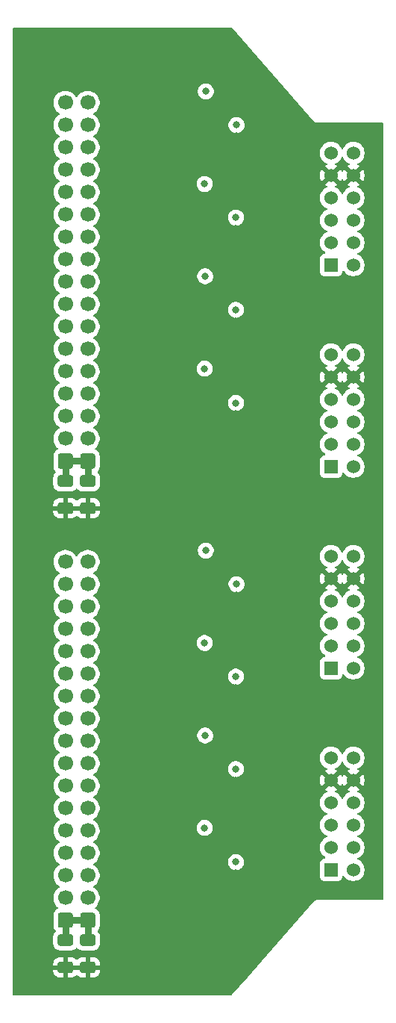
<source format=gbr>
%TF.GenerationSoftware,KiCad,Pcbnew,9.0.0-9.0.0-2~ubuntu24.04.1*%
%TF.CreationDate,2025-03-20T00:33:01-04:00*%
%TF.ProjectId,LVDS-PMOD,4c564453-2d50-44d4-9f44-2e6b69636164,1*%
%TF.SameCoordinates,Original*%
%TF.FileFunction,Copper,L4,Bot*%
%TF.FilePolarity,Positive*%
%FSLAX46Y46*%
G04 Gerber Fmt 4.6, Leading zero omitted, Abs format (unit mm)*
G04 Created by KiCad (PCBNEW 9.0.0-9.0.0-2~ubuntu24.04.1) date 2025-03-20 00:33:01*
%MOMM*%
%LPD*%
G01*
G04 APERTURE LIST*
%TA.AperFunction,ComponentPad*%
%ADD10C,1.700000*%
%TD*%
%TA.AperFunction,ComponentPad*%
%ADD11C,1.524000*%
%TD*%
%TA.AperFunction,ComponentPad*%
%ADD12R,1.524000X1.524000*%
%TD*%
%TA.AperFunction,ViaPad*%
%ADD13C,0.812800*%
%TD*%
%TA.AperFunction,Conductor*%
%ADD14C,0.762000*%
%TD*%
G04 APERTURE END LIST*
%TO.P,R4,2*%
%TO.N,GND*%
%TA.AperFunction,SMDPad,CuDef*%
G36*
G01*
X39984500Y-138049000D02*
X41234500Y-138049000D01*
G75*
G02*
X41484500Y-138299000I0J-250000D01*
G01*
X41484500Y-139099000D01*
G75*
G02*
X41234500Y-139349000I-250000J0D01*
G01*
X39984500Y-139349000D01*
G75*
G02*
X39734500Y-139099000I0J250000D01*
G01*
X39734500Y-138299000D01*
G75*
G02*
X39984500Y-138049000I250000J0D01*
G01*
G37*
%TD.AperFunction*%
%TO.P,R4,1*%
%TO.N,/LVDS Port CD/CONNGND*%
%TA.AperFunction,SMDPad,CuDef*%
G36*
G01*
X39984500Y-134949000D02*
X41234500Y-134949000D01*
G75*
G02*
X41484500Y-135199000I0J-250000D01*
G01*
X41484500Y-135999000D01*
G75*
G02*
X41234500Y-136249000I-250000J0D01*
G01*
X39984500Y-136249000D01*
G75*
G02*
X39734500Y-135999000I0J250000D01*
G01*
X39734500Y-135199000D01*
G75*
G02*
X39984500Y-134949000I250000J0D01*
G01*
G37*
%TD.AperFunction*%
%TD*%
D10*
%TO.P,J2,34,-1*%
%TO.N,/LVDS Port CD/IN1-*%
X40609500Y-92709000D03*
%TO.P,J2,33,-2*%
%TO.N,/LVDS Port CD/IN2-*%
X40609500Y-95249000D03*
%TO.P,J2,32,-3*%
%TO.N,/LVDS Port CD/IN3-*%
X40609500Y-97789000D03*
%TO.P,J2,31,-4*%
%TO.N,/LVDS Port CD/IN4-*%
X40609500Y-100329000D03*
%TO.P,J2,30,-5*%
%TO.N,/LVDS Port CD/IN5-*%
X40609500Y-102869000D03*
%TO.P,J2,29,-6*%
%TO.N,/LVDS Port CD/IN6-*%
X40609500Y-105409000D03*
%TO.P,J2,28,-7*%
%TO.N,/LVDS Port CD/IN7-*%
X40609500Y-107949000D03*
%TO.P,J2,27,-8*%
%TO.N,/LVDS Port CD/IN8-*%
X40609500Y-110489000D03*
%TO.P,J2,26,-9*%
%TO.N,/LVDS Port CD/IN9-*%
X40609500Y-113029000D03*
%TO.P,J2,25,-10*%
%TO.N,/LVDS Port CD/IN10-*%
X40609500Y-115569000D03*
%TO.P,J2,24,-11*%
%TO.N,/LVDS Port CD/IN11-*%
X40609500Y-118109000D03*
%TO.P,J2,23,-12*%
%TO.N,/LVDS Port CD/IN12-*%
X40609500Y-120649000D03*
%TO.P,J2,22,-13*%
%TO.N,/LVDS Port CD/IN13-*%
X40609500Y-123189000D03*
%TO.P,J2,21,-14*%
%TO.N,/LVDS Port CD/IN14-*%
X40609500Y-125729000D03*
%TO.P,J2,20,-15*%
%TO.N,/LVDS Port CD/IN15-*%
X40609500Y-128269000D03*
%TO.P,J2,19,-16*%
%TO.N,/LVDS Port CD/IN16-*%
X40609500Y-130809000D03*
%TO.P,J2,18,GND*%
%TO.N,/LVDS Port CD/CONNGND*%
%TA.AperFunction,ComponentPad*%
G36*
G01*
X39759500Y-133949000D02*
X39759500Y-132749000D01*
G75*
G02*
X40009500Y-132499000I250000J0D01*
G01*
X41209500Y-132499000D01*
G75*
G02*
X41459500Y-132749000I0J-250000D01*
G01*
X41459500Y-133949000D01*
G75*
G02*
X41209500Y-134199000I-250000J0D01*
G01*
X40009500Y-134199000D01*
G75*
G02*
X39759500Y-133949000I0J250000D01*
G01*
G37*
%TD.AperFunction*%
%TO.P,J2,17,GND*%
%TA.AperFunction,ComponentPad*%
G36*
G01*
X37219500Y-133949000D02*
X37219500Y-132749000D01*
G75*
G02*
X37469500Y-132499000I250000J0D01*
G01*
X38669500Y-132499000D01*
G75*
G02*
X38919500Y-132749000I0J-250000D01*
G01*
X38919500Y-133949000D01*
G75*
G02*
X38669500Y-134199000I-250000J0D01*
G01*
X37469500Y-134199000D01*
G75*
G02*
X37219500Y-133949000I0J250000D01*
G01*
G37*
%TD.AperFunction*%
%TO.P,J2,16,16+*%
%TO.N,/LVDS Port CD/IN16+*%
X38069500Y-130809000D03*
%TO.P,J2,15,15+*%
%TO.N,/LVDS Port CD/IN15+*%
X38069500Y-128269000D03*
%TO.P,J2,14,14+*%
%TO.N,/LVDS Port CD/IN14+*%
X38069500Y-125729000D03*
%TO.P,J2,13,13+*%
%TO.N,/LVDS Port CD/IN13+*%
X38069500Y-123189000D03*
%TO.P,J2,12,12+*%
%TO.N,/LVDS Port CD/IN12+*%
X38069500Y-120649000D03*
%TO.P,J2,11,11+*%
%TO.N,/LVDS Port CD/IN11+*%
X38069500Y-118109000D03*
%TO.P,J2,10,10+*%
%TO.N,/LVDS Port CD/IN10+*%
X38069500Y-115569000D03*
%TO.P,J2,9,9+*%
%TO.N,/LVDS Port CD/IN9+*%
X38069500Y-113029000D03*
%TO.P,J2,8,8+*%
%TO.N,/LVDS Port CD/IN8+*%
X38069500Y-110489000D03*
%TO.P,J2,7,7+*%
%TO.N,/LVDS Port CD/IN7+*%
X38069500Y-107949000D03*
%TO.P,J2,6,6+*%
%TO.N,/LVDS Port CD/IN6+*%
X38069500Y-105409000D03*
%TO.P,J2,5,5+*%
%TO.N,/LVDS Port CD/IN5+*%
X38069500Y-102869000D03*
%TO.P,J2,4,4+*%
%TO.N,/LVDS Port CD/IN4+*%
X38069500Y-100329000D03*
%TO.P,J2,3,3+*%
%TO.N,/LVDS Port CD/IN3+*%
X38069500Y-97789000D03*
%TO.P,J2,2,2+*%
%TO.N,/LVDS Port CD/IN2+*%
X38069500Y-95249000D03*
%TO.P,J2,1,1+*%
%TO.N,/LVDS Port CD/IN1+*%
X38069500Y-92709000D03*
%TD*%
%TO.P,R3,2*%
%TO.N,GND*%
%TA.AperFunction,SMDPad,CuDef*%
G36*
G01*
X37444500Y-138049000D02*
X38694500Y-138049000D01*
G75*
G02*
X38944500Y-138299000I0J-250000D01*
G01*
X38944500Y-139099000D01*
G75*
G02*
X38694500Y-139349000I-250000J0D01*
G01*
X37444500Y-139349000D01*
G75*
G02*
X37194500Y-139099000I0J250000D01*
G01*
X37194500Y-138299000D01*
G75*
G02*
X37444500Y-138049000I250000J0D01*
G01*
G37*
%TD.AperFunction*%
%TO.P,R3,1*%
%TO.N,/LVDS Port CD/CONNGND*%
%TA.AperFunction,SMDPad,CuDef*%
G36*
G01*
X37444500Y-134949000D02*
X38694500Y-134949000D01*
G75*
G02*
X38944500Y-135199000I0J-250000D01*
G01*
X38944500Y-135999000D01*
G75*
G02*
X38694500Y-136249000I-250000J0D01*
G01*
X37444500Y-136249000D01*
G75*
G02*
X37194500Y-135999000I0J250000D01*
G01*
X37194500Y-135199000D01*
G75*
G02*
X37444500Y-134949000I250000J0D01*
G01*
G37*
%TD.AperFunction*%
%TD*%
%TO.P,J1,1,1+*%
%TO.N,/LVDS Port AB/IN1+*%
X38069500Y-40650000D03*
%TO.P,J1,2,2+*%
%TO.N,/LVDS Port AB/IN2+*%
X38069500Y-43190000D03*
%TO.P,J1,3,3+*%
%TO.N,/LVDS Port AB/IN3+*%
X38069500Y-45730000D03*
%TO.P,J1,4,4+*%
%TO.N,/LVDS Port AB/IN4+*%
X38069500Y-48270000D03*
%TO.P,J1,5,5+*%
%TO.N,/LVDS Port AB/IN5+*%
X38069500Y-50810000D03*
%TO.P,J1,6,6+*%
%TO.N,/LVDS Port AB/IN6+*%
X38069500Y-53350000D03*
%TO.P,J1,7,7+*%
%TO.N,/LVDS Port AB/IN7+*%
X38069500Y-55890000D03*
%TO.P,J1,8,8+*%
%TO.N,/LVDS Port AB/IN8+*%
X38069500Y-58430000D03*
%TO.P,J1,9,9+*%
%TO.N,/LVDS Port AB/IN9+*%
X38069500Y-60970000D03*
%TO.P,J1,10,10+*%
%TO.N,/LVDS Port AB/IN10+*%
X38069500Y-63510000D03*
%TO.P,J1,11,11+*%
%TO.N,/LVDS Port AB/IN11+*%
X38069500Y-66050000D03*
%TO.P,J1,12,12+*%
%TO.N,/LVDS Port AB/IN12+*%
X38069500Y-68590000D03*
%TO.P,J1,13,13+*%
%TO.N,/LVDS Port AB/IN13+*%
X38069500Y-71130000D03*
%TO.P,J1,14,14+*%
%TO.N,/LVDS Port AB/IN14+*%
X38069500Y-73670000D03*
%TO.P,J1,15,15+*%
%TO.N,/LVDS Port AB/IN15+*%
X38069500Y-76210000D03*
%TO.P,J1,16,16+*%
%TO.N,/LVDS Port AB/IN16+*%
X38069500Y-78750000D03*
%TO.P,J1,17,GND*%
%TO.N,/LVDS Port AB/CONNGND*%
%TA.AperFunction,ComponentPad*%
G36*
G01*
X37219500Y-81890000D02*
X37219500Y-80690000D01*
G75*
G02*
X37469500Y-80440000I250000J0D01*
G01*
X38669500Y-80440000D01*
G75*
G02*
X38919500Y-80690000I0J-250000D01*
G01*
X38919500Y-81890000D01*
G75*
G02*
X38669500Y-82140000I-250000J0D01*
G01*
X37469500Y-82140000D01*
G75*
G02*
X37219500Y-81890000I0J250000D01*
G01*
G37*
%TD.AperFunction*%
%TO.P,J1,18,GND*%
%TA.AperFunction,ComponentPad*%
G36*
G01*
X39759500Y-81890000D02*
X39759500Y-80690000D01*
G75*
G02*
X40009500Y-80440000I250000J0D01*
G01*
X41209500Y-80440000D01*
G75*
G02*
X41459500Y-80690000I0J-250000D01*
G01*
X41459500Y-81890000D01*
G75*
G02*
X41209500Y-82140000I-250000J0D01*
G01*
X40009500Y-82140000D01*
G75*
G02*
X39759500Y-81890000I0J250000D01*
G01*
G37*
%TD.AperFunction*%
%TO.P,J1,19,-16*%
%TO.N,/LVDS Port AB/IN16-*%
X40609500Y-78750000D03*
%TO.P,J1,20,-15*%
%TO.N,/LVDS Port AB/IN15-*%
X40609500Y-76210000D03*
%TO.P,J1,21,-14*%
%TO.N,/LVDS Port AB/IN14-*%
X40609500Y-73670000D03*
%TO.P,J1,22,-13*%
%TO.N,/LVDS Port AB/IN13-*%
X40609500Y-71130000D03*
%TO.P,J1,23,-12*%
%TO.N,/LVDS Port AB/IN12-*%
X40609500Y-68590000D03*
%TO.P,J1,24,-11*%
%TO.N,/LVDS Port AB/IN11-*%
X40609500Y-66050000D03*
%TO.P,J1,25,-10*%
%TO.N,/LVDS Port AB/IN10-*%
X40609500Y-63510000D03*
%TO.P,J1,26,-9*%
%TO.N,/LVDS Port AB/IN9-*%
X40609500Y-60970000D03*
%TO.P,J1,27,-8*%
%TO.N,/LVDS Port AB/IN8-*%
X40609500Y-58430000D03*
%TO.P,J1,28,-7*%
%TO.N,/LVDS Port AB/IN7-*%
X40609500Y-55890000D03*
%TO.P,J1,29,-6*%
%TO.N,/LVDS Port AB/IN6-*%
X40609500Y-53350000D03*
%TO.P,J1,30,-5*%
%TO.N,/LVDS Port AB/IN5-*%
X40609500Y-50810000D03*
%TO.P,J1,31,-4*%
%TO.N,/LVDS Port AB/IN4-*%
X40609500Y-48270000D03*
%TO.P,J1,32,-3*%
%TO.N,/LVDS Port AB/IN3-*%
X40609500Y-45730000D03*
%TO.P,J1,33,-2*%
%TO.N,/LVDS Port AB/IN2-*%
X40609500Y-43190000D03*
%TO.P,J1,34,-1*%
%TO.N,/LVDS Port AB/IN1-*%
X40609500Y-40650000D03*
%TD*%
%TO.P,R1,2*%
%TO.N,GND*%
%TA.AperFunction,SMDPad,CuDef*%
G36*
G01*
X37444500Y-85990000D02*
X38694500Y-85990000D01*
G75*
G02*
X38944500Y-86240000I0J-250000D01*
G01*
X38944500Y-87040000D01*
G75*
G02*
X38694500Y-87290000I-250000J0D01*
G01*
X37444500Y-87290000D01*
G75*
G02*
X37194500Y-87040000I0J250000D01*
G01*
X37194500Y-86240000D01*
G75*
G02*
X37444500Y-85990000I250000J0D01*
G01*
G37*
%TD.AperFunction*%
%TO.P,R1,1*%
%TO.N,/LVDS Port AB/CONNGND*%
%TA.AperFunction,SMDPad,CuDef*%
G36*
G01*
X37444500Y-82890000D02*
X38694500Y-82890000D01*
G75*
G02*
X38944500Y-83140000I0J-250000D01*
G01*
X38944500Y-83940000D01*
G75*
G02*
X38694500Y-84190000I-250000J0D01*
G01*
X37444500Y-84190000D01*
G75*
G02*
X37194500Y-83940000I0J250000D01*
G01*
X37194500Y-83140000D01*
G75*
G02*
X37444500Y-82890000I250000J0D01*
G01*
G37*
%TD.AperFunction*%
%TD*%
D11*
%TO.P,PMOD1,12,VCC*%
%TO.N,+3V3A*%
X70772000Y-46355000D03*
%TO.P,PMOD1,11,GND*%
%TO.N,GND*%
X70772000Y-48895000D03*
%TO.P,PMOD1,10,IOB3*%
%TO.N,/LVDS Port AB/IN2*%
X70772000Y-51435000D03*
%TO.P,PMOD1,9,IOB2*%
%TO.N,/LVDS Port AB/IN4*%
X70772000Y-53975000D03*
%TO.P,PMOD1,8,IOB1*%
%TO.N,/LVDS Port AB/IN6*%
X70772000Y-56515000D03*
%TO.P,PMOD1,7,IOB0*%
%TO.N,/LVDS Port AB/IN8*%
X70772000Y-59055000D03*
%TO.P,PMOD1,6,VCC*%
%TO.N,+3V3A*%
X68232000Y-46355000D03*
%TO.P,PMOD1,5,GND*%
%TO.N,GND*%
X68232000Y-48895000D03*
%TO.P,PMOD1,4,IOA3*%
%TO.N,/LVDS Port AB/IN1*%
X68232000Y-51435000D03*
%TO.P,PMOD1,3,IOA2*%
%TO.N,/LVDS Port AB/IN3*%
X68232000Y-53975000D03*
%TO.P,PMOD1,2,IOA1*%
%TO.N,/LVDS Port AB/IN5*%
X68232000Y-56515000D03*
D12*
%TO.P,PMOD1,1,IOA0*%
%TO.N,/LVDS Port AB/IN7*%
X68232000Y-59055000D03*
%TD*%
D11*
%TO.P,PMOD2,12,VCC*%
%TO.N,+3V3B*%
X70772000Y-69215000D03*
%TO.P,PMOD2,11,GND*%
%TO.N,GND*%
X70772000Y-71755000D03*
%TO.P,PMOD2,10,IOB3*%
%TO.N,/LVDS Port AB/IN10*%
X70772000Y-74295000D03*
%TO.P,PMOD2,9,IOB2*%
%TO.N,/LVDS Port AB/IN12*%
X70772000Y-76835000D03*
%TO.P,PMOD2,8,IOB1*%
%TO.N,/LVDS Port AB/IN14*%
X70772000Y-79375000D03*
%TO.P,PMOD2,7,IOB0*%
%TO.N,/LVDS Port AB/IN16*%
X70772000Y-81915000D03*
%TO.P,PMOD2,6,VCC*%
%TO.N,+3V3B*%
X68232000Y-69215000D03*
%TO.P,PMOD2,5,GND*%
%TO.N,GND*%
X68232000Y-71755000D03*
%TO.P,PMOD2,4,IOA3*%
%TO.N,/LVDS Port AB/IN9*%
X68232000Y-74295000D03*
%TO.P,PMOD2,3,IOA2*%
%TO.N,/LVDS Port AB/IN11*%
X68232000Y-76835000D03*
%TO.P,PMOD2,2,IOA1*%
%TO.N,/LVDS Port AB/IN13*%
X68232000Y-79375000D03*
D12*
%TO.P,PMOD2,1,IOA0*%
%TO.N,/LVDS Port AB/IN15*%
X68232000Y-81915000D03*
%TD*%
%TO.P,PMOD3,1,IOA0*%
%TO.N,/LVDS Port CD/IN7*%
X68232000Y-104775000D03*
D11*
%TO.P,PMOD3,2,IOA1*%
%TO.N,/LVDS Port CD/IN5*%
X68232000Y-102235000D03*
%TO.P,PMOD3,3,IOA2*%
%TO.N,/LVDS Port CD/IN3*%
X68232000Y-99695000D03*
%TO.P,PMOD3,4,IOA3*%
%TO.N,/LVDS Port CD/IN1*%
X68232000Y-97155000D03*
%TO.P,PMOD3,5,GND*%
%TO.N,GND*%
X68232000Y-94615000D03*
%TO.P,PMOD3,6,VCC*%
%TO.N,+3V3C*%
X68232000Y-92075000D03*
%TO.P,PMOD3,7,IOB0*%
%TO.N,/LVDS Port CD/IN8*%
X70772000Y-104775000D03*
%TO.P,PMOD3,8,IOB1*%
%TO.N,/LVDS Port CD/IN6*%
X70772000Y-102235000D03*
%TO.P,PMOD3,9,IOB2*%
%TO.N,/LVDS Port CD/IN4*%
X70772000Y-99695000D03*
%TO.P,PMOD3,10,IOB3*%
%TO.N,/LVDS Port CD/IN2*%
X70772000Y-97155000D03*
%TO.P,PMOD3,11,GND*%
%TO.N,GND*%
X70772000Y-94615000D03*
%TO.P,PMOD3,12,VCC*%
%TO.N,+3V3C*%
X70772000Y-92075000D03*
%TD*%
D12*
%TO.P,PMOD4,1,IOA0*%
%TO.N,/LVDS Port CD/IN15*%
X68232000Y-127635000D03*
D11*
%TO.P,PMOD4,2,IOA1*%
%TO.N,/LVDS Port CD/IN13*%
X68232000Y-125095000D03*
%TO.P,PMOD4,3,IOA2*%
%TO.N,/LVDS Port CD/IN11*%
X68232000Y-122555000D03*
%TO.P,PMOD4,4,IOA3*%
%TO.N,/LVDS Port CD/IN9*%
X68232000Y-120015000D03*
%TO.P,PMOD4,5,GND*%
%TO.N,GND*%
X68232000Y-117475000D03*
%TO.P,PMOD4,6,VCC*%
%TO.N,+3V3D*%
X68232000Y-114935000D03*
%TO.P,PMOD4,7,IOB0*%
%TO.N,/LVDS Port CD/IN16*%
X70772000Y-127635000D03*
%TO.P,PMOD4,8,IOB1*%
%TO.N,/LVDS Port CD/IN14*%
X70772000Y-125095000D03*
%TO.P,PMOD4,9,IOB2*%
%TO.N,/LVDS Port CD/IN12*%
X70772000Y-122555000D03*
%TO.P,PMOD4,10,IOB3*%
%TO.N,/LVDS Port CD/IN10*%
X70772000Y-120015000D03*
%TO.P,PMOD4,11,GND*%
%TO.N,GND*%
X70772000Y-117475000D03*
%TO.P,PMOD4,12,VCC*%
%TO.N,+3V3D*%
X70772000Y-114935000D03*
%TD*%
%TO.P,R2,1*%
%TO.N,/LVDS Port AB/CONNGND*%
%TA.AperFunction,SMDPad,CuDef*%
G36*
G01*
X39984500Y-82890000D02*
X41234500Y-82890000D01*
G75*
G02*
X41484500Y-83140000I0J-250000D01*
G01*
X41484500Y-83940000D01*
G75*
G02*
X41234500Y-84190000I-250000J0D01*
G01*
X39984500Y-84190000D01*
G75*
G02*
X39734500Y-83940000I0J250000D01*
G01*
X39734500Y-83140000D01*
G75*
G02*
X39984500Y-82890000I250000J0D01*
G01*
G37*
%TD.AperFunction*%
%TO.P,R2,2*%
%TO.N,GND*%
%TA.AperFunction,SMDPad,CuDef*%
G36*
G01*
X39984500Y-85990000D02*
X41234500Y-85990000D01*
G75*
G02*
X41484500Y-86240000I0J-250000D01*
G01*
X41484500Y-87040000D01*
G75*
G02*
X41234500Y-87290000I-250000J0D01*
G01*
X39984500Y-87290000D01*
G75*
G02*
X39734500Y-87040000I0J250000D01*
G01*
X39734500Y-86240000D01*
G75*
G02*
X39984500Y-85990000I250000J0D01*
G01*
G37*
%TD.AperFunction*%
%TD*%
D13*
%TO.N,+3V3C*%
X54009500Y-91439000D03*
%TO.N,GND*%
X57437000Y-106996500D03*
X53944500Y-121284000D03*
X53879500Y-110806500D03*
%TO.N,+3V3D*%
X53944500Y-112394000D03*
%TO.N,GND*%
X57437000Y-127951500D03*
X54009500Y-100329000D03*
%TO.N,+3V3C*%
X57502000Y-95249000D03*
%TO.N,+3V3D*%
X57437000Y-126749000D03*
%TO.N,GND*%
X53879500Y-131761500D03*
X57437000Y-117474000D03*
X57502000Y-96519000D03*
%TO.N,+3V3C*%
X57437000Y-105726500D03*
%TO.N,+3V3D*%
X57437000Y-116204000D03*
%TO.N,+3V3C*%
X53879500Y-101916500D03*
%TO.N,+3V3D*%
X53879500Y-122871500D03*
%TO.N,+3V3B*%
X53879500Y-70812500D03*
%TO.N,+3V3A*%
X53879500Y-49857500D03*
%TO.N,+3V3B*%
X57437000Y-64145000D03*
%TO.N,+3V3A*%
X57437000Y-53667500D03*
%TO.N,GND*%
X57502000Y-44460000D03*
X57437000Y-65415000D03*
X53879500Y-79702500D03*
%TO.N,+3V3B*%
X57437000Y-74690000D03*
%TO.N,+3V3A*%
X57502000Y-43190000D03*
%TO.N,GND*%
X54009500Y-48270000D03*
X57437000Y-75892500D03*
%TO.N,+3V3B*%
X53944500Y-60335000D03*
%TO.N,GND*%
X53879500Y-58747500D03*
X53944500Y-69225000D03*
X57437000Y-54937500D03*
%TO.N,+3V3A*%
X54009500Y-39380000D03*
%TD*%
D14*
%TO.N,/LVDS Port CD/CONNGND*%
X40609500Y-135599000D02*
X40609500Y-133349000D01*
X38069500Y-133349000D02*
X40609500Y-133349000D01*
X38069500Y-135599000D02*
X38069500Y-133349000D01*
%TO.N,/LVDS Port AB/CONNGND*%
X40609500Y-83540000D02*
X40609500Y-81290000D01*
X38069500Y-83540000D02*
X38069500Y-81290000D01*
X38069500Y-81290000D02*
X40609500Y-81290000D01*
%TD*%
%TA.AperFunction,Conductor*%
%TO.N,GND*%
G36*
X70298619Y-117671081D02*
G01*
X70365498Y-117786920D01*
X70460080Y-117881502D01*
X70575919Y-117948381D01*
X70636057Y-117964494D01*
X70073283Y-118527268D01*
X70073283Y-118527269D01*
X70110567Y-118554358D01*
X70267331Y-118634234D01*
X70318127Y-118682209D01*
X70334922Y-118750030D01*
X70312384Y-118816165D01*
X70267331Y-118855204D01*
X70110305Y-118935213D01*
X69949533Y-119052021D01*
X69809021Y-119192533D01*
X69692213Y-119353305D01*
X69612485Y-119509780D01*
X69564510Y-119560576D01*
X69496689Y-119577371D01*
X69430554Y-119554833D01*
X69391515Y-119509780D01*
X69327585Y-119384312D01*
X69311787Y-119353306D01*
X69194981Y-119192536D01*
X69054464Y-119052019D01*
X68893694Y-118935213D01*
X68736667Y-118855203D01*
X68685872Y-118807229D01*
X68669077Y-118739408D01*
X68691614Y-118673273D01*
X68736669Y-118634234D01*
X68893422Y-118554364D01*
X68930716Y-118527268D01*
X68367942Y-117964494D01*
X68428081Y-117948381D01*
X68543920Y-117881502D01*
X68638502Y-117786920D01*
X68705381Y-117671081D01*
X68721495Y-117610942D01*
X69284268Y-118173715D01*
X69311362Y-118136425D01*
X69391515Y-117979117D01*
X69439489Y-117928321D01*
X69507310Y-117911526D01*
X69573445Y-117934063D01*
X69612485Y-117979117D01*
X69692641Y-118136432D01*
X69719730Y-118173715D01*
X70282504Y-117610941D01*
X70298619Y-117671081D01*
G37*
%TD.AperFunction*%
%TA.AperFunction,Conductor*%
G36*
X69573446Y-115395165D02*
G01*
X69612484Y-115440218D01*
X69692213Y-115596694D01*
X69809019Y-115757464D01*
X69949536Y-115897981D01*
X70110306Y-116014787D01*
X70267332Y-116094796D01*
X70318127Y-116142769D01*
X70334922Y-116210590D01*
X70312385Y-116276725D01*
X70267332Y-116315764D01*
X70110566Y-116395641D01*
X70073283Y-116422729D01*
X70073282Y-116422730D01*
X70636058Y-116985504D01*
X70575919Y-117001619D01*
X70460080Y-117068498D01*
X70365498Y-117163080D01*
X70298619Y-117278919D01*
X70282504Y-117339057D01*
X69719730Y-116776282D01*
X69719729Y-116776283D01*
X69692643Y-116813564D01*
X69612485Y-116970882D01*
X69564510Y-117021678D01*
X69496689Y-117038473D01*
X69430554Y-117015935D01*
X69391515Y-116970882D01*
X69311358Y-116813567D01*
X69284268Y-116776283D01*
X68721494Y-117339057D01*
X68705381Y-117278919D01*
X68638502Y-117163080D01*
X68543920Y-117068498D01*
X68428081Y-117001619D01*
X68367942Y-116985504D01*
X68930716Y-116422731D01*
X68930715Y-116422730D01*
X68893432Y-116395641D01*
X68736668Y-116315765D01*
X68685872Y-116267790D01*
X68669077Y-116199969D01*
X68691615Y-116133834D01*
X68736667Y-116094796D01*
X68893694Y-116014787D01*
X69054464Y-115897981D01*
X69194981Y-115757464D01*
X69311787Y-115596694D01*
X69391515Y-115440218D01*
X69439490Y-115389423D01*
X69507311Y-115372628D01*
X69573446Y-115395165D01*
G37*
%TD.AperFunction*%
%TA.AperFunction,Conductor*%
G36*
X70298619Y-94811081D02*
G01*
X70365498Y-94926920D01*
X70460080Y-95021502D01*
X70575919Y-95088381D01*
X70636057Y-95104494D01*
X70073283Y-95667268D01*
X70073283Y-95667269D01*
X70110567Y-95694358D01*
X70267331Y-95774234D01*
X70318127Y-95822209D01*
X70334922Y-95890030D01*
X70312384Y-95956165D01*
X70267331Y-95995204D01*
X70110305Y-96075213D01*
X69949533Y-96192021D01*
X69809021Y-96332533D01*
X69692213Y-96493305D01*
X69612485Y-96649780D01*
X69564510Y-96700576D01*
X69496689Y-96717371D01*
X69430554Y-96694833D01*
X69391515Y-96649780D01*
X69327585Y-96524312D01*
X69311787Y-96493306D01*
X69194981Y-96332536D01*
X69054464Y-96192019D01*
X68893694Y-96075213D01*
X68736667Y-95995203D01*
X68685872Y-95947229D01*
X68669077Y-95879408D01*
X68691614Y-95813273D01*
X68736669Y-95774234D01*
X68893422Y-95694364D01*
X68930716Y-95667268D01*
X68367942Y-95104494D01*
X68428081Y-95088381D01*
X68543920Y-95021502D01*
X68638502Y-94926920D01*
X68705381Y-94811081D01*
X68721495Y-94750942D01*
X69284268Y-95313715D01*
X69311362Y-95276425D01*
X69391515Y-95119117D01*
X69439489Y-95068321D01*
X69507310Y-95051526D01*
X69573445Y-95074063D01*
X69612485Y-95119117D01*
X69692641Y-95276432D01*
X69719730Y-95313715D01*
X70282504Y-94750941D01*
X70298619Y-94811081D01*
G37*
%TD.AperFunction*%
%TA.AperFunction,Conductor*%
G36*
X69573446Y-92535165D02*
G01*
X69612484Y-92580218D01*
X69692213Y-92736694D01*
X69809019Y-92897464D01*
X69949536Y-93037981D01*
X70110306Y-93154787D01*
X70267332Y-93234796D01*
X70318127Y-93282769D01*
X70334922Y-93350590D01*
X70312385Y-93416725D01*
X70267332Y-93455764D01*
X70110566Y-93535641D01*
X70073283Y-93562729D01*
X70073282Y-93562730D01*
X70636058Y-94125504D01*
X70575919Y-94141619D01*
X70460080Y-94208498D01*
X70365498Y-94303080D01*
X70298619Y-94418919D01*
X70282504Y-94479057D01*
X69719730Y-93916282D01*
X69719729Y-93916283D01*
X69692643Y-93953564D01*
X69612485Y-94110882D01*
X69564510Y-94161678D01*
X69496689Y-94178473D01*
X69430554Y-94155935D01*
X69391515Y-94110882D01*
X69311358Y-93953567D01*
X69284268Y-93916283D01*
X68721494Y-94479057D01*
X68705381Y-94418919D01*
X68638502Y-94303080D01*
X68543920Y-94208498D01*
X68428081Y-94141619D01*
X68367942Y-94125504D01*
X68930716Y-93562731D01*
X68930715Y-93562730D01*
X68893432Y-93535641D01*
X68736668Y-93455765D01*
X68685872Y-93407790D01*
X68669077Y-93339969D01*
X68691615Y-93273834D01*
X68736667Y-93234796D01*
X68893694Y-93154787D01*
X69054464Y-93037981D01*
X69194981Y-92897464D01*
X69311787Y-92736694D01*
X69391515Y-92580218D01*
X69439490Y-92529423D01*
X69507311Y-92512628D01*
X69573446Y-92535165D01*
G37*
%TD.AperFunction*%
%TA.AperFunction,Conductor*%
G36*
X70298619Y-71951081D02*
G01*
X70365498Y-72066920D01*
X70460080Y-72161502D01*
X70575919Y-72228381D01*
X70636057Y-72244494D01*
X70073283Y-72807268D01*
X70073283Y-72807269D01*
X70110567Y-72834358D01*
X70267331Y-72914234D01*
X70318127Y-72962209D01*
X70334922Y-73030030D01*
X70312384Y-73096165D01*
X70267331Y-73135204D01*
X70110305Y-73215213D01*
X69949533Y-73332021D01*
X69809021Y-73472533D01*
X69692213Y-73633305D01*
X69612485Y-73789780D01*
X69564510Y-73840576D01*
X69496689Y-73857371D01*
X69430554Y-73834833D01*
X69391515Y-73789780D01*
X69311786Y-73633305D01*
X69194981Y-73472536D01*
X69054464Y-73332019D01*
X68893694Y-73215213D01*
X68736667Y-73135203D01*
X68685872Y-73087229D01*
X68669077Y-73019408D01*
X68691614Y-72953273D01*
X68736669Y-72914234D01*
X68893422Y-72834364D01*
X68930716Y-72807268D01*
X68367942Y-72244494D01*
X68428081Y-72228381D01*
X68543920Y-72161502D01*
X68638502Y-72066920D01*
X68705381Y-71951081D01*
X68721495Y-71890942D01*
X69284268Y-72453715D01*
X69311362Y-72416425D01*
X69391515Y-72259117D01*
X69439489Y-72208321D01*
X69507310Y-72191526D01*
X69573445Y-72214063D01*
X69612485Y-72259117D01*
X69692641Y-72416432D01*
X69719730Y-72453715D01*
X70282504Y-71890941D01*
X70298619Y-71951081D01*
G37*
%TD.AperFunction*%
%TA.AperFunction,Conductor*%
G36*
X69573446Y-69675165D02*
G01*
X69612484Y-69720218D01*
X69692213Y-69876694D01*
X69809019Y-70037464D01*
X69949536Y-70177981D01*
X70110306Y-70294787D01*
X70267332Y-70374796D01*
X70318127Y-70422769D01*
X70334922Y-70490590D01*
X70312385Y-70556725D01*
X70267332Y-70595764D01*
X70110566Y-70675641D01*
X70073283Y-70702729D01*
X70073282Y-70702730D01*
X70636058Y-71265504D01*
X70575919Y-71281619D01*
X70460080Y-71348498D01*
X70365498Y-71443080D01*
X70298619Y-71558919D01*
X70282504Y-71619057D01*
X69719730Y-71056282D01*
X69719729Y-71056283D01*
X69692643Y-71093564D01*
X69612485Y-71250882D01*
X69564510Y-71301678D01*
X69496689Y-71318473D01*
X69430554Y-71295935D01*
X69391515Y-71250882D01*
X69311358Y-71093567D01*
X69284268Y-71056283D01*
X68721494Y-71619057D01*
X68705381Y-71558919D01*
X68638502Y-71443080D01*
X68543920Y-71348498D01*
X68428081Y-71281619D01*
X68367942Y-71265504D01*
X68930716Y-70702731D01*
X68930715Y-70702730D01*
X68893432Y-70675641D01*
X68736668Y-70595765D01*
X68685872Y-70547790D01*
X68669077Y-70479969D01*
X68691615Y-70413834D01*
X68736667Y-70374796D01*
X68893694Y-70294787D01*
X69054464Y-70177981D01*
X69194981Y-70037464D01*
X69311787Y-69876694D01*
X69391515Y-69720218D01*
X69439490Y-69669423D01*
X69507311Y-69652628D01*
X69573446Y-69675165D01*
G37*
%TD.AperFunction*%
%TA.AperFunction,Conductor*%
G36*
X70298619Y-49091081D02*
G01*
X70365498Y-49206920D01*
X70460080Y-49301502D01*
X70575919Y-49368381D01*
X70636057Y-49384494D01*
X70073283Y-49947268D01*
X70073283Y-49947269D01*
X70110567Y-49974358D01*
X70267331Y-50054234D01*
X70318127Y-50102209D01*
X70334922Y-50170030D01*
X70312384Y-50236165D01*
X70267331Y-50275204D01*
X70110305Y-50355213D01*
X69949533Y-50472021D01*
X69809021Y-50612533D01*
X69692213Y-50773305D01*
X69612485Y-50929780D01*
X69564510Y-50980576D01*
X69496689Y-50997371D01*
X69430554Y-50974833D01*
X69391515Y-50929780D01*
X69311786Y-50773305D01*
X69305316Y-50764400D01*
X69194981Y-50612536D01*
X69054464Y-50472019D01*
X68893694Y-50355213D01*
X68736667Y-50275203D01*
X68685872Y-50227229D01*
X68669077Y-50159408D01*
X68691614Y-50093273D01*
X68736669Y-50054234D01*
X68893422Y-49974364D01*
X68930716Y-49947268D01*
X68367942Y-49384494D01*
X68428081Y-49368381D01*
X68543920Y-49301502D01*
X68638502Y-49206920D01*
X68705381Y-49091081D01*
X68721495Y-49030942D01*
X69284268Y-49593715D01*
X69311362Y-49556425D01*
X69391515Y-49399117D01*
X69439489Y-49348321D01*
X69507310Y-49331526D01*
X69573445Y-49354063D01*
X69612485Y-49399117D01*
X69692641Y-49556432D01*
X69719730Y-49593715D01*
X69719731Y-49593716D01*
X70282504Y-49030942D01*
X70298619Y-49091081D01*
G37*
%TD.AperFunction*%
%TA.AperFunction,Conductor*%
G36*
X69573446Y-46815165D02*
G01*
X69612484Y-46860218D01*
X69692213Y-47016694D01*
X69809019Y-47177464D01*
X69949536Y-47317981D01*
X70110306Y-47434787D01*
X70267332Y-47514796D01*
X70318127Y-47562769D01*
X70334922Y-47630590D01*
X70312385Y-47696725D01*
X70267332Y-47735764D01*
X70110566Y-47815641D01*
X70073283Y-47842729D01*
X70073282Y-47842730D01*
X70636058Y-48405504D01*
X70575919Y-48421619D01*
X70460080Y-48488498D01*
X70365498Y-48583080D01*
X70298619Y-48698919D01*
X70282504Y-48759057D01*
X69719730Y-48196282D01*
X69719729Y-48196283D01*
X69692643Y-48233564D01*
X69612485Y-48390882D01*
X69564510Y-48441678D01*
X69496689Y-48458473D01*
X69430554Y-48435935D01*
X69391515Y-48390882D01*
X69311358Y-48233567D01*
X69284268Y-48196283D01*
X68721494Y-48759057D01*
X68705381Y-48698919D01*
X68638502Y-48583080D01*
X68543920Y-48488498D01*
X68428081Y-48421619D01*
X68367942Y-48405504D01*
X68930716Y-47842731D01*
X68930715Y-47842730D01*
X68893432Y-47815641D01*
X68736668Y-47735765D01*
X68685872Y-47687790D01*
X68669077Y-47619969D01*
X68691615Y-47553834D01*
X68736667Y-47514796D01*
X68893694Y-47434787D01*
X69054464Y-47317981D01*
X69194981Y-47177464D01*
X69311787Y-47016694D01*
X69391515Y-46860218D01*
X69439490Y-46809423D01*
X69507311Y-46792628D01*
X69573446Y-46815165D01*
G37*
%TD.AperFunction*%
%TA.AperFunction,Conductor*%
G36*
X56958423Y-32151185D02*
G01*
X56984362Y-32173457D01*
X66333188Y-42768793D01*
X66339224Y-42779247D01*
X66366324Y-42806347D01*
X66368882Y-42809246D01*
X66391669Y-42835071D01*
X66392477Y-42835776D01*
X66409401Y-42849622D01*
X66410253Y-42850276D01*
X66443438Y-42869435D01*
X66475358Y-42890624D01*
X66486797Y-42894468D01*
X66497246Y-42900501D01*
X66530526Y-42909418D01*
X66537908Y-42911646D01*
X66570576Y-42922625D01*
X66572613Y-42922752D01*
X66582627Y-42923378D01*
X66594275Y-42926500D01*
X66632565Y-42926500D01*
X66636404Y-42926740D01*
X66636430Y-42926741D01*
X66638506Y-42926870D01*
X66670830Y-42928891D01*
X66670838Y-42928889D01*
X66671901Y-42928816D01*
X66695065Y-42926500D01*
X74076500Y-42926500D01*
X74143539Y-42946185D01*
X74189294Y-42998989D01*
X74200500Y-43050500D01*
X74200500Y-130939500D01*
X74180815Y-131006539D01*
X74128011Y-131052294D01*
X74076500Y-131063500D01*
X66682663Y-131063500D01*
X66670830Y-131061109D01*
X66632575Y-131063500D01*
X66594275Y-131063500D01*
X66593192Y-131063642D01*
X66571629Y-131067168D01*
X66570578Y-131067374D01*
X66537918Y-131078349D01*
X66534246Y-131079584D01*
X66497246Y-131089499D01*
X66486799Y-131095529D01*
X66475363Y-131099373D01*
X66475357Y-131099376D01*
X66446663Y-131118423D01*
X66440089Y-131122497D01*
X66410256Y-131139721D01*
X66410247Y-131139728D01*
X66401712Y-131148261D01*
X66391667Y-131154931D01*
X66366345Y-131183627D01*
X66363594Y-131186379D01*
X66363595Y-131186379D01*
X66339228Y-131210747D01*
X66338598Y-131211568D01*
X66324985Y-131230502D01*
X60369657Y-137979875D01*
X58729690Y-139838505D01*
X56984364Y-141816541D01*
X56925249Y-141853786D01*
X56891384Y-141858500D01*
X32225000Y-141858500D01*
X32157961Y-141838815D01*
X32112206Y-141786011D01*
X32101000Y-141734500D01*
X32101000Y-139148986D01*
X36694501Y-139148986D01*
X36704994Y-139251697D01*
X36760141Y-139418119D01*
X36760143Y-139418124D01*
X36852184Y-139567345D01*
X36976154Y-139691315D01*
X37125375Y-139783356D01*
X37125380Y-139783358D01*
X37291802Y-139838505D01*
X37291809Y-139838506D01*
X37394519Y-139848999D01*
X37819499Y-139848999D01*
X38319500Y-139848999D01*
X38744472Y-139848999D01*
X38744486Y-139848998D01*
X38847197Y-139838505D01*
X39013619Y-139783358D01*
X39013624Y-139783356D01*
X39162845Y-139691315D01*
X39251819Y-139602342D01*
X39313142Y-139568857D01*
X39382834Y-139573841D01*
X39427181Y-139602342D01*
X39516154Y-139691315D01*
X39665375Y-139783356D01*
X39665380Y-139783358D01*
X39831802Y-139838505D01*
X39831809Y-139838506D01*
X39934519Y-139848999D01*
X40359499Y-139848999D01*
X40859500Y-139848999D01*
X41284472Y-139848999D01*
X41284486Y-139848998D01*
X41387197Y-139838505D01*
X41553619Y-139783358D01*
X41553624Y-139783356D01*
X41702845Y-139691315D01*
X41826815Y-139567345D01*
X41918856Y-139418124D01*
X41918858Y-139418119D01*
X41974005Y-139251697D01*
X41974006Y-139251690D01*
X41984499Y-139148986D01*
X41984500Y-139148973D01*
X41984500Y-138949000D01*
X40859500Y-138949000D01*
X40859500Y-139848999D01*
X40359499Y-139848999D01*
X40359500Y-139848998D01*
X40359500Y-138949000D01*
X38319500Y-138949000D01*
X38319500Y-139848999D01*
X37819499Y-139848999D01*
X37819500Y-139848998D01*
X37819500Y-138949000D01*
X36694501Y-138949000D01*
X36694501Y-139148986D01*
X32101000Y-139148986D01*
X32101000Y-138249013D01*
X36694500Y-138249013D01*
X36694500Y-138449000D01*
X37819500Y-138449000D01*
X38319500Y-138449000D01*
X40359500Y-138449000D01*
X40859500Y-138449000D01*
X41984499Y-138449000D01*
X41984499Y-138249028D01*
X41984498Y-138249013D01*
X41974005Y-138146302D01*
X41918858Y-137979880D01*
X41918856Y-137979875D01*
X41826815Y-137830654D01*
X41702845Y-137706684D01*
X41553624Y-137614643D01*
X41553619Y-137614641D01*
X41387197Y-137559494D01*
X41387190Y-137559493D01*
X41284486Y-137549000D01*
X40859500Y-137549000D01*
X40859500Y-138449000D01*
X40359500Y-138449000D01*
X40359500Y-137549000D01*
X39934528Y-137549000D01*
X39934512Y-137549001D01*
X39831802Y-137559494D01*
X39665380Y-137614641D01*
X39665375Y-137614643D01*
X39516154Y-137706684D01*
X39427181Y-137795658D01*
X39365858Y-137829143D01*
X39296166Y-137824159D01*
X39251819Y-137795658D01*
X39162845Y-137706684D01*
X39013624Y-137614643D01*
X39013619Y-137614641D01*
X38847197Y-137559494D01*
X38847190Y-137559493D01*
X38744486Y-137549000D01*
X38319500Y-137549000D01*
X38319500Y-138449000D01*
X37819500Y-138449000D01*
X37819500Y-137549000D01*
X37394528Y-137549000D01*
X37394512Y-137549001D01*
X37291802Y-137559494D01*
X37125380Y-137614641D01*
X37125375Y-137614643D01*
X36976154Y-137706684D01*
X36852184Y-137830654D01*
X36760143Y-137979875D01*
X36760141Y-137979880D01*
X36704994Y-138146302D01*
X36704993Y-138146309D01*
X36694500Y-138249013D01*
X32101000Y-138249013D01*
X32101000Y-135148983D01*
X36694000Y-135148983D01*
X36694000Y-136049001D01*
X36694001Y-136049019D01*
X36704500Y-136151796D01*
X36704501Y-136151799D01*
X36759685Y-136318331D01*
X36759686Y-136318334D01*
X36851788Y-136467656D01*
X36975844Y-136591712D01*
X37125166Y-136683814D01*
X37291703Y-136738999D01*
X37394491Y-136749500D01*
X38744508Y-136749499D01*
X38847297Y-136738999D01*
X39013834Y-136683814D01*
X39163156Y-136591712D01*
X39251819Y-136503049D01*
X39313142Y-136469564D01*
X39382834Y-136474548D01*
X39427181Y-136503049D01*
X39515844Y-136591712D01*
X39665166Y-136683814D01*
X39831703Y-136738999D01*
X39934491Y-136749500D01*
X41284508Y-136749499D01*
X41387297Y-136738999D01*
X41553834Y-136683814D01*
X41703156Y-136591712D01*
X41827212Y-136467656D01*
X41919314Y-136318334D01*
X41974499Y-136151797D01*
X41985000Y-136049009D01*
X41984999Y-135148992D01*
X41974499Y-135046203D01*
X41919314Y-134879666D01*
X41827212Y-134730344D01*
X41746049Y-134649181D01*
X41712564Y-134587858D01*
X41717548Y-134518166D01*
X41746049Y-134473819D01*
X41746050Y-134473818D01*
X41802212Y-134417656D01*
X41894314Y-134268334D01*
X41949499Y-134101797D01*
X41960000Y-133999009D01*
X41959999Y-132698992D01*
X41949499Y-132596203D01*
X41894314Y-132429666D01*
X41802212Y-132280344D01*
X41678156Y-132156288D01*
X41528834Y-132064186D01*
X41528833Y-132064185D01*
X41528825Y-132064182D01*
X41518273Y-132060686D01*
X41460828Y-132020913D01*
X41434006Y-131956397D01*
X41446322Y-131887621D01*
X41484403Y-131842656D01*
X41489288Y-131839107D01*
X41489288Y-131839106D01*
X41489292Y-131839104D01*
X41639604Y-131688792D01*
X41639606Y-131688788D01*
X41639609Y-131688786D01*
X41764548Y-131516820D01*
X41764547Y-131516820D01*
X41764551Y-131516816D01*
X41861057Y-131327412D01*
X41926746Y-131125243D01*
X41960000Y-130915287D01*
X41960000Y-130702713D01*
X41926746Y-130492757D01*
X41861057Y-130290588D01*
X41764551Y-130101184D01*
X41764549Y-130101181D01*
X41764548Y-130101179D01*
X41639609Y-129929213D01*
X41489286Y-129778890D01*
X41317320Y-129653951D01*
X41316615Y-129653591D01*
X41308554Y-129649485D01*
X41257759Y-129601512D01*
X41240963Y-129533692D01*
X41263499Y-129467556D01*
X41308554Y-129428515D01*
X41317316Y-129424051D01*
X41339289Y-129408086D01*
X41489286Y-129299109D01*
X41489288Y-129299106D01*
X41489292Y-129299104D01*
X41639604Y-129148792D01*
X41639606Y-129148788D01*
X41639609Y-129148786D01*
X41764548Y-128976820D01*
X41764547Y-128976820D01*
X41764551Y-128976816D01*
X41861057Y-128787412D01*
X41926746Y-128585243D01*
X41960000Y-128375287D01*
X41960000Y-128162713D01*
X41926746Y-127952757D01*
X41861057Y-127750588D01*
X41764551Y-127561184D01*
X41764549Y-127561181D01*
X41764548Y-127561179D01*
X41639609Y-127389213D01*
X41489286Y-127238890D01*
X41317320Y-127113951D01*
X41316615Y-127113591D01*
X41308554Y-127109485D01*
X41257759Y-127061512D01*
X41240963Y-126993692D01*
X41263499Y-126927556D01*
X41308554Y-126888515D01*
X41317316Y-126884051D01*
X41380254Y-126838324D01*
X56530099Y-126838324D01*
X56564950Y-127013527D01*
X56564952Y-127013533D01*
X56633314Y-127178575D01*
X56633319Y-127178584D01*
X56732564Y-127327114D01*
X56732567Y-127327118D01*
X56858881Y-127453432D01*
X56858885Y-127453435D01*
X57007415Y-127552680D01*
X57007421Y-127552683D01*
X57007422Y-127552684D01*
X57172467Y-127621048D01*
X57172471Y-127621048D01*
X57172472Y-127621049D01*
X57347675Y-127655900D01*
X57347678Y-127655900D01*
X57526324Y-127655900D01*
X57644198Y-127632452D01*
X57701533Y-127621048D01*
X57866578Y-127552684D01*
X58015115Y-127453435D01*
X58141435Y-127327115D01*
X58240684Y-127178578D01*
X58309048Y-127013533D01*
X58334804Y-126884050D01*
X58343900Y-126838324D01*
X58343900Y-126659675D01*
X58309049Y-126484472D01*
X58309048Y-126484471D01*
X58309048Y-126484467D01*
X58254516Y-126352815D01*
X58240685Y-126319424D01*
X58240680Y-126319415D01*
X58141435Y-126170885D01*
X58141432Y-126170881D01*
X58015118Y-126044567D01*
X58015114Y-126044564D01*
X57866584Y-125945319D01*
X57866575Y-125945314D01*
X57701533Y-125876952D01*
X57701527Y-125876950D01*
X57526324Y-125842100D01*
X57526322Y-125842100D01*
X57347678Y-125842100D01*
X57347676Y-125842100D01*
X57172472Y-125876950D01*
X57172466Y-125876952D01*
X57007424Y-125945314D01*
X57007415Y-125945319D01*
X56858885Y-126044564D01*
X56858881Y-126044567D01*
X56732567Y-126170881D01*
X56732564Y-126170885D01*
X56633319Y-126319415D01*
X56633314Y-126319424D01*
X56564952Y-126484466D01*
X56564950Y-126484472D01*
X56530100Y-126659675D01*
X56530100Y-126659678D01*
X56530100Y-126838322D01*
X56530100Y-126838324D01*
X56530099Y-126838324D01*
X41380254Y-126838324D01*
X41380257Y-126838322D01*
X41489286Y-126759109D01*
X41489288Y-126759106D01*
X41489292Y-126759104D01*
X41639604Y-126608792D01*
X41764551Y-126436816D01*
X41861057Y-126247412D01*
X41926746Y-126045243D01*
X41960000Y-125835287D01*
X41960000Y-125622713D01*
X41926746Y-125412757D01*
X41861057Y-125210588D01*
X41764551Y-125021184D01*
X41764549Y-125021181D01*
X41764548Y-125021179D01*
X41639609Y-124849213D01*
X41489286Y-124698890D01*
X41317320Y-124573951D01*
X41316615Y-124573591D01*
X41308554Y-124569485D01*
X41257759Y-124521512D01*
X41240963Y-124453692D01*
X41263499Y-124387556D01*
X41308554Y-124348515D01*
X41317316Y-124344051D01*
X41415753Y-124272533D01*
X41489286Y-124219109D01*
X41489288Y-124219106D01*
X41489292Y-124219104D01*
X41639604Y-124068792D01*
X41639606Y-124068788D01*
X41639609Y-124068786D01*
X41764548Y-123896820D01*
X41764547Y-123896820D01*
X41764551Y-123896816D01*
X41861057Y-123707412D01*
X41926746Y-123505243D01*
X41960000Y-123295287D01*
X41960000Y-123082713D01*
X41940695Y-122960824D01*
X52972599Y-122960824D01*
X53007450Y-123136027D01*
X53007452Y-123136033D01*
X53075814Y-123301075D01*
X53075819Y-123301084D01*
X53175064Y-123449614D01*
X53175067Y-123449618D01*
X53301381Y-123575932D01*
X53301385Y-123575935D01*
X53449915Y-123675180D01*
X53449921Y-123675183D01*
X53449922Y-123675184D01*
X53614967Y-123743548D01*
X53614971Y-123743548D01*
X53614972Y-123743549D01*
X53790175Y-123778400D01*
X53790178Y-123778400D01*
X53968824Y-123778400D01*
X54093730Y-123753554D01*
X54144033Y-123743548D01*
X54309078Y-123675184D01*
X54457615Y-123575935D01*
X54583935Y-123449615D01*
X54683184Y-123301078D01*
X54751548Y-123136033D01*
X54770724Y-123039629D01*
X54786400Y-122960824D01*
X54786400Y-122782175D01*
X54751549Y-122606972D01*
X54751548Y-122606971D01*
X54751548Y-122606967D01*
X54683184Y-122441922D01*
X54683183Y-122441921D01*
X54683180Y-122441915D01*
X54583935Y-122293385D01*
X54583932Y-122293381D01*
X54457618Y-122167067D01*
X54457614Y-122167064D01*
X54309084Y-122067819D01*
X54309075Y-122067814D01*
X54144033Y-121999452D01*
X54144027Y-121999450D01*
X53968824Y-121964600D01*
X53968822Y-121964600D01*
X53790178Y-121964600D01*
X53790176Y-121964600D01*
X53614972Y-121999450D01*
X53614966Y-121999452D01*
X53449924Y-122067814D01*
X53449915Y-122067819D01*
X53301385Y-122167064D01*
X53301381Y-122167067D01*
X53175067Y-122293381D01*
X53175064Y-122293385D01*
X53075819Y-122441915D01*
X53075814Y-122441924D01*
X53007452Y-122606966D01*
X53007450Y-122606972D01*
X52972600Y-122782175D01*
X52972600Y-122782178D01*
X52972600Y-122960822D01*
X52972600Y-122960824D01*
X52972599Y-122960824D01*
X41940695Y-122960824D01*
X41926746Y-122872757D01*
X41861057Y-122670588D01*
X41861055Y-122670585D01*
X41861055Y-122670583D01*
X41794897Y-122540742D01*
X41764551Y-122481184D01*
X41764549Y-122481181D01*
X41764548Y-122481179D01*
X41639609Y-122309213D01*
X41489286Y-122158890D01*
X41317320Y-122033951D01*
X41316615Y-122033591D01*
X41308554Y-122029485D01*
X41257759Y-121981512D01*
X41240963Y-121913692D01*
X41263499Y-121847556D01*
X41308554Y-121808515D01*
X41317316Y-121804051D01*
X41415753Y-121732533D01*
X41489286Y-121679109D01*
X41489288Y-121679106D01*
X41489292Y-121679104D01*
X41639604Y-121528792D01*
X41639606Y-121528788D01*
X41639609Y-121528786D01*
X41764548Y-121356820D01*
X41764547Y-121356820D01*
X41764551Y-121356816D01*
X41861057Y-121167412D01*
X41926746Y-120965243D01*
X41960000Y-120755287D01*
X41960000Y-120542713D01*
X41926746Y-120332757D01*
X41861057Y-120130588D01*
X41764551Y-119941184D01*
X41764550Y-119941182D01*
X41639609Y-119769213D01*
X41489286Y-119618890D01*
X41317320Y-119493951D01*
X41316615Y-119493591D01*
X41308554Y-119489485D01*
X41257759Y-119441512D01*
X41240963Y-119373692D01*
X41263499Y-119307556D01*
X41308554Y-119268515D01*
X41317316Y-119264051D01*
X41415753Y-119192533D01*
X41489286Y-119139109D01*
X41489288Y-119139106D01*
X41489292Y-119139104D01*
X41639604Y-118988792D01*
X41639606Y-118988788D01*
X41639609Y-118988786D01*
X41764548Y-118816820D01*
X41764547Y-118816820D01*
X41764551Y-118816816D01*
X41861057Y-118627412D01*
X41926746Y-118425243D01*
X41960000Y-118215287D01*
X41960000Y-118002713D01*
X41926746Y-117792757D01*
X41861057Y-117590588D01*
X41764551Y-117401184D01*
X41764550Y-117401182D01*
X41639609Y-117229213D01*
X41489286Y-117078890D01*
X41317320Y-116953951D01*
X41316615Y-116953591D01*
X41308554Y-116949485D01*
X41257759Y-116901512D01*
X41240963Y-116833692D01*
X41263499Y-116767556D01*
X41308554Y-116728515D01*
X41317316Y-116724051D01*
X41339289Y-116708086D01*
X41489286Y-116599109D01*
X41489288Y-116599106D01*
X41489292Y-116599104D01*
X41639604Y-116448792D01*
X41639606Y-116448788D01*
X41639609Y-116448786D01*
X41752557Y-116293324D01*
X56530099Y-116293324D01*
X56564950Y-116468527D01*
X56564952Y-116468533D01*
X56633314Y-116633575D01*
X56633319Y-116633584D01*
X56732564Y-116782114D01*
X56732567Y-116782118D01*
X56858881Y-116908432D01*
X56858885Y-116908435D01*
X57007415Y-117007680D01*
X57007424Y-117007685D01*
X57041206Y-117021678D01*
X57172467Y-117076048D01*
X57172471Y-117076048D01*
X57172472Y-117076049D01*
X57347675Y-117110900D01*
X57347678Y-117110900D01*
X57526324Y-117110900D01*
X57687245Y-117078890D01*
X57701533Y-117076048D01*
X57866578Y-117007684D01*
X58015115Y-116908435D01*
X58141435Y-116782115D01*
X58240684Y-116633578D01*
X58309048Y-116468533D01*
X58343900Y-116293322D01*
X58343900Y-116114678D01*
X58343900Y-116114675D01*
X58309049Y-115939472D01*
X58309048Y-115939471D01*
X58309048Y-115939467D01*
X58240684Y-115774422D01*
X58240683Y-115774421D01*
X58240680Y-115774415D01*
X58141435Y-115625885D01*
X58141432Y-115625881D01*
X58015118Y-115499567D01*
X58015114Y-115499564D01*
X57866584Y-115400319D01*
X57866575Y-115400314D01*
X57701533Y-115331952D01*
X57701527Y-115331950D01*
X57526324Y-115297100D01*
X57526322Y-115297100D01*
X57347678Y-115297100D01*
X57347676Y-115297100D01*
X57172472Y-115331950D01*
X57172466Y-115331952D01*
X57007424Y-115400314D01*
X57007415Y-115400319D01*
X56858885Y-115499564D01*
X56858881Y-115499567D01*
X56732567Y-115625881D01*
X56732564Y-115625885D01*
X56633319Y-115774415D01*
X56633314Y-115774424D01*
X56564952Y-115939466D01*
X56564950Y-115939472D01*
X56530100Y-116114675D01*
X56530100Y-116114678D01*
X56530100Y-116293322D01*
X56530100Y-116293324D01*
X56530099Y-116293324D01*
X41752557Y-116293324D01*
X41764548Y-116276820D01*
X41764547Y-116276820D01*
X41764551Y-116276816D01*
X41861057Y-116087412D01*
X41926746Y-115885243D01*
X41960000Y-115675287D01*
X41960000Y-115462713D01*
X41926746Y-115252757D01*
X41861057Y-115050588D01*
X41764551Y-114861184D01*
X41764550Y-114861182D01*
X41745992Y-114835639D01*
X66969500Y-114835639D01*
X66969500Y-115034360D01*
X67000587Y-115230637D01*
X67061993Y-115419629D01*
X67061994Y-115419632D01*
X67102723Y-115499565D01*
X67152213Y-115596694D01*
X67269019Y-115757464D01*
X67409536Y-115897981D01*
X67570306Y-116014787D01*
X67727332Y-116094796D01*
X67778127Y-116142769D01*
X67794922Y-116210590D01*
X67772385Y-116276725D01*
X67727332Y-116315764D01*
X67570566Y-116395641D01*
X67533283Y-116422729D01*
X67533282Y-116422730D01*
X68096058Y-116985504D01*
X68035919Y-117001619D01*
X67920080Y-117068498D01*
X67825498Y-117163080D01*
X67758619Y-117278919D01*
X67742504Y-117339057D01*
X67179730Y-116776282D01*
X67179729Y-116776283D01*
X67152643Y-116813564D01*
X67062457Y-116990562D01*
X67001075Y-117179476D01*
X67001075Y-117179479D01*
X66970000Y-117375678D01*
X66970000Y-117574321D01*
X67001075Y-117770520D01*
X67001075Y-117770523D01*
X67062457Y-117959437D01*
X67152641Y-118136432D01*
X67179730Y-118173715D01*
X67179731Y-118173716D01*
X67742504Y-117610942D01*
X67758619Y-117671081D01*
X67825498Y-117786920D01*
X67920080Y-117881502D01*
X68035919Y-117948381D01*
X68096057Y-117964494D01*
X67533283Y-118527268D01*
X67533283Y-118527269D01*
X67570567Y-118554358D01*
X67727331Y-118634234D01*
X67778127Y-118682209D01*
X67794922Y-118750030D01*
X67772384Y-118816165D01*
X67727331Y-118855204D01*
X67570305Y-118935213D01*
X67409533Y-119052021D01*
X67269021Y-119192533D01*
X67152213Y-119353305D01*
X67061994Y-119530367D01*
X67061993Y-119530370D01*
X67000587Y-119719362D01*
X66969500Y-119915639D01*
X66969500Y-120114360D01*
X67000587Y-120310637D01*
X67061993Y-120499629D01*
X67061994Y-120499632D01*
X67152213Y-120676694D01*
X67269019Y-120837464D01*
X67409536Y-120977981D01*
X67570306Y-121094787D01*
X67601439Y-121110650D01*
X67726780Y-121174515D01*
X67777576Y-121222490D01*
X67794371Y-121290311D01*
X67771833Y-121356446D01*
X67726780Y-121395485D01*
X67570305Y-121475213D01*
X67409533Y-121592021D01*
X67269021Y-121732533D01*
X67152213Y-121893305D01*
X67061994Y-122070367D01*
X67061993Y-122070370D01*
X67000587Y-122259362D01*
X66969500Y-122455639D01*
X66969500Y-122654360D01*
X67000587Y-122850637D01*
X67061993Y-123039629D01*
X67061994Y-123039632D01*
X67111114Y-123136033D01*
X67152213Y-123216694D01*
X67269019Y-123377464D01*
X67409536Y-123517981D01*
X67570306Y-123634787D01*
X67688832Y-123695179D01*
X67726780Y-123714515D01*
X67777576Y-123762490D01*
X67794371Y-123830311D01*
X67771833Y-123896446D01*
X67726780Y-123935485D01*
X67570305Y-124015213D01*
X67409533Y-124132021D01*
X67269021Y-124272533D01*
X67152213Y-124433305D01*
X67061994Y-124610367D01*
X67061993Y-124610370D01*
X67000587Y-124799362D01*
X66969500Y-124995639D01*
X66969500Y-125194360D01*
X67000587Y-125390637D01*
X67061993Y-125579629D01*
X67061994Y-125579632D01*
X67152213Y-125756694D01*
X67269019Y-125917464D01*
X67409536Y-126057981D01*
X67409539Y-126057983D01*
X67533687Y-126148182D01*
X67576353Y-126203512D01*
X67582332Y-126273125D01*
X67549726Y-126334920D01*
X67488888Y-126369277D01*
X67460805Y-126372500D01*
X67422131Y-126372500D01*
X67422123Y-126372501D01*
X67362516Y-126378908D01*
X67227671Y-126429202D01*
X67227664Y-126429206D01*
X67112455Y-126515452D01*
X67112452Y-126515455D01*
X67026206Y-126630664D01*
X67026202Y-126630671D01*
X66975908Y-126765517D01*
X66969501Y-126825116D01*
X66969501Y-126825123D01*
X66969500Y-126825135D01*
X66969500Y-128444870D01*
X66969501Y-128444876D01*
X66975908Y-128504483D01*
X67026202Y-128639328D01*
X67026206Y-128639335D01*
X67112452Y-128754544D01*
X67112455Y-128754547D01*
X67227664Y-128840793D01*
X67227671Y-128840797D01*
X67362517Y-128891091D01*
X67362516Y-128891091D01*
X67369444Y-128891835D01*
X67422127Y-128897500D01*
X69041872Y-128897499D01*
X69101483Y-128891091D01*
X69236331Y-128840796D01*
X69351546Y-128754546D01*
X69437796Y-128639331D01*
X69488091Y-128504483D01*
X69494500Y-128444873D01*
X69494499Y-128406197D01*
X69514182Y-128339161D01*
X69566985Y-128293405D01*
X69636143Y-128283460D01*
X69699699Y-128312483D01*
X69718817Y-128333312D01*
X69809019Y-128457464D01*
X69949536Y-128597981D01*
X70110306Y-128714787D01*
X70141439Y-128730650D01*
X70287367Y-128805005D01*
X70287370Y-128805006D01*
X70381866Y-128835709D01*
X70476364Y-128866413D01*
X70672639Y-128897500D01*
X70672640Y-128897500D01*
X70871360Y-128897500D01*
X70871361Y-128897500D01*
X71067636Y-128866413D01*
X71256632Y-128805005D01*
X71433694Y-128714787D01*
X71594464Y-128597981D01*
X71734981Y-128457464D01*
X71851787Y-128296694D01*
X71942005Y-128119632D01*
X72003413Y-127930636D01*
X72034500Y-127734361D01*
X72034500Y-127535639D01*
X72003413Y-127339364D01*
X71942005Y-127150368D01*
X71942005Y-127150367D01*
X71872284Y-127013533D01*
X71851787Y-126973306D01*
X71734981Y-126812536D01*
X71594464Y-126672019D01*
X71433694Y-126555213D01*
X71277218Y-126475484D01*
X71226423Y-126427510D01*
X71209628Y-126359689D01*
X71232165Y-126293554D01*
X71277218Y-126254515D01*
X71433694Y-126174787D01*
X71594464Y-126057981D01*
X71734981Y-125917464D01*
X71851787Y-125756694D01*
X71942005Y-125579632D01*
X72003413Y-125390636D01*
X72034500Y-125194361D01*
X72034500Y-124995639D01*
X72003413Y-124799364D01*
X71942005Y-124610368D01*
X71942005Y-124610367D01*
X71867585Y-124464312D01*
X71851787Y-124433306D01*
X71734981Y-124272536D01*
X71594464Y-124132019D01*
X71433694Y-124015213D01*
X71277218Y-123935484D01*
X71226423Y-123887510D01*
X71209628Y-123819689D01*
X71232165Y-123753554D01*
X71277218Y-123714515D01*
X71433694Y-123634787D01*
X71594464Y-123517981D01*
X71734981Y-123377464D01*
X71851787Y-123216694D01*
X71942005Y-123039632D01*
X72003413Y-122850636D01*
X72034500Y-122654361D01*
X72034500Y-122455639D01*
X72003413Y-122259364D01*
X71942005Y-122070368D01*
X71942005Y-122070367D01*
X71867585Y-121924312D01*
X71851787Y-121893306D01*
X71734981Y-121732536D01*
X71594464Y-121592019D01*
X71433694Y-121475213D01*
X71277218Y-121395484D01*
X71226423Y-121347510D01*
X71209628Y-121279689D01*
X71232165Y-121213554D01*
X71277218Y-121174515D01*
X71433694Y-121094787D01*
X71594464Y-120977981D01*
X71734981Y-120837464D01*
X71851787Y-120676694D01*
X71942005Y-120499632D01*
X72003413Y-120310636D01*
X72034500Y-120114361D01*
X72034500Y-119915639D01*
X72003413Y-119719364D01*
X71942005Y-119530368D01*
X71942005Y-119530367D01*
X71867585Y-119384312D01*
X71851787Y-119353306D01*
X71734981Y-119192536D01*
X71594464Y-119052019D01*
X71433694Y-118935213D01*
X71276667Y-118855203D01*
X71225872Y-118807229D01*
X71209077Y-118739408D01*
X71231614Y-118673273D01*
X71276669Y-118634234D01*
X71433422Y-118554364D01*
X71470716Y-118527268D01*
X70907942Y-117964494D01*
X70968081Y-117948381D01*
X71083920Y-117881502D01*
X71178502Y-117786920D01*
X71245381Y-117671081D01*
X71261495Y-117610942D01*
X71824268Y-118173715D01*
X71851362Y-118136425D01*
X71941542Y-117959437D01*
X72002924Y-117770523D01*
X72002924Y-117770520D01*
X72034000Y-117574321D01*
X72034000Y-117375678D01*
X72002924Y-117179479D01*
X72002924Y-117179476D01*
X71941542Y-116990562D01*
X71851358Y-116813567D01*
X71824268Y-116776283D01*
X71261494Y-117339057D01*
X71245381Y-117278919D01*
X71178502Y-117163080D01*
X71083920Y-117068498D01*
X70968081Y-117001619D01*
X70907942Y-116985504D01*
X71470716Y-116422731D01*
X71470715Y-116422730D01*
X71433432Y-116395641D01*
X71276668Y-116315765D01*
X71225872Y-116267790D01*
X71209077Y-116199969D01*
X71231615Y-116133834D01*
X71276667Y-116094796D01*
X71433694Y-116014787D01*
X71594464Y-115897981D01*
X71734981Y-115757464D01*
X71851787Y-115596694D01*
X71942005Y-115419632D01*
X72003413Y-115230636D01*
X72034500Y-115034361D01*
X72034500Y-114835639D01*
X72003413Y-114639364D01*
X71942005Y-114450368D01*
X71942005Y-114450367D01*
X71867585Y-114304312D01*
X71851787Y-114273306D01*
X71734981Y-114112536D01*
X71594464Y-113972019D01*
X71433694Y-113855213D01*
X71256632Y-113764994D01*
X71256629Y-113764993D01*
X71067637Y-113703587D01*
X70937649Y-113682999D01*
X70871361Y-113672500D01*
X70672639Y-113672500D01*
X70642592Y-113677259D01*
X70476362Y-113703587D01*
X70287370Y-113764993D01*
X70287367Y-113764994D01*
X70110305Y-113855213D01*
X69949533Y-113972021D01*
X69809021Y-114112533D01*
X69692213Y-114273305D01*
X69612485Y-114429780D01*
X69564510Y-114480576D01*
X69496689Y-114497371D01*
X69430554Y-114474833D01*
X69391515Y-114429780D01*
X69327585Y-114304312D01*
X69311787Y-114273306D01*
X69194981Y-114112536D01*
X69054464Y-113972019D01*
X68893694Y-113855213D01*
X68716632Y-113764994D01*
X68716629Y-113764993D01*
X68527637Y-113703587D01*
X68397649Y-113682999D01*
X68331361Y-113672500D01*
X68132639Y-113672500D01*
X68102592Y-113677259D01*
X67936362Y-113703587D01*
X67747370Y-113764993D01*
X67747367Y-113764994D01*
X67570305Y-113855213D01*
X67409533Y-113972021D01*
X67269021Y-114112533D01*
X67152213Y-114273305D01*
X67061994Y-114450367D01*
X67061993Y-114450370D01*
X67000587Y-114639362D01*
X66969500Y-114835639D01*
X41745992Y-114835639D01*
X41639609Y-114689213D01*
X41489286Y-114538890D01*
X41317320Y-114413951D01*
X41316615Y-114413591D01*
X41308554Y-114409485D01*
X41257759Y-114361512D01*
X41240963Y-114293692D01*
X41263499Y-114227556D01*
X41308554Y-114188515D01*
X41317316Y-114184051D01*
X41415753Y-114112533D01*
X41489286Y-114059109D01*
X41489288Y-114059106D01*
X41489292Y-114059104D01*
X41639604Y-113908792D01*
X41639606Y-113908788D01*
X41639609Y-113908786D01*
X41764548Y-113736820D01*
X41764547Y-113736820D01*
X41764551Y-113736816D01*
X41861057Y-113547412D01*
X41926746Y-113345243D01*
X41960000Y-113135287D01*
X41960000Y-112922713D01*
X41926746Y-112712757D01*
X41861057Y-112510588D01*
X41847165Y-112483324D01*
X53037599Y-112483324D01*
X53072450Y-112658527D01*
X53072452Y-112658533D01*
X53140814Y-112823575D01*
X53140819Y-112823584D01*
X53240064Y-112972114D01*
X53240067Y-112972118D01*
X53366381Y-113098432D01*
X53366385Y-113098435D01*
X53514915Y-113197680D01*
X53514921Y-113197683D01*
X53514922Y-113197684D01*
X53679967Y-113266048D01*
X53679971Y-113266048D01*
X53679972Y-113266049D01*
X53855175Y-113300900D01*
X53855178Y-113300900D01*
X54033824Y-113300900D01*
X54151698Y-113277452D01*
X54209033Y-113266048D01*
X54374078Y-113197684D01*
X54522615Y-113098435D01*
X54648935Y-112972115D01*
X54748184Y-112823578D01*
X54816548Y-112658533D01*
X54834686Y-112567349D01*
X54851400Y-112483324D01*
X54851400Y-112304675D01*
X54816549Y-112129472D01*
X54816548Y-112129471D01*
X54816548Y-112129467D01*
X54748184Y-111964422D01*
X54748183Y-111964421D01*
X54748180Y-111964415D01*
X54648935Y-111815885D01*
X54648932Y-111815881D01*
X54522618Y-111689567D01*
X54522614Y-111689564D01*
X54374084Y-111590319D01*
X54374075Y-111590314D01*
X54209033Y-111521952D01*
X54209027Y-111521950D01*
X54033824Y-111487100D01*
X54033822Y-111487100D01*
X53855178Y-111487100D01*
X53855176Y-111487100D01*
X53679972Y-111521950D01*
X53679966Y-111521952D01*
X53514924Y-111590314D01*
X53514915Y-111590319D01*
X53366385Y-111689564D01*
X53366381Y-111689567D01*
X53240067Y-111815881D01*
X53240064Y-111815885D01*
X53140819Y-111964415D01*
X53140814Y-111964424D01*
X53072452Y-112129466D01*
X53072450Y-112129472D01*
X53037600Y-112304675D01*
X53037600Y-112304678D01*
X53037600Y-112483322D01*
X53037600Y-112483324D01*
X53037599Y-112483324D01*
X41847165Y-112483324D01*
X41764551Y-112321184D01*
X41764550Y-112321182D01*
X41639609Y-112149213D01*
X41489286Y-111998890D01*
X41317320Y-111873951D01*
X41316615Y-111873591D01*
X41308554Y-111869485D01*
X41257759Y-111821512D01*
X41240963Y-111753692D01*
X41263499Y-111687556D01*
X41308554Y-111648515D01*
X41317316Y-111644051D01*
X41339289Y-111628086D01*
X41489286Y-111519109D01*
X41489288Y-111519106D01*
X41489292Y-111519104D01*
X41639604Y-111368792D01*
X41639606Y-111368788D01*
X41639609Y-111368786D01*
X41764548Y-111196820D01*
X41764547Y-111196820D01*
X41764551Y-111196816D01*
X41861057Y-111007412D01*
X41926746Y-110805243D01*
X41960000Y-110595287D01*
X41960000Y-110382713D01*
X41926746Y-110172757D01*
X41861057Y-109970588D01*
X41764551Y-109781184D01*
X41764549Y-109781181D01*
X41764548Y-109781179D01*
X41639609Y-109609213D01*
X41489286Y-109458890D01*
X41317320Y-109333951D01*
X41316615Y-109333591D01*
X41308554Y-109329485D01*
X41257759Y-109281512D01*
X41240963Y-109213692D01*
X41263499Y-109147556D01*
X41308554Y-109108515D01*
X41317316Y-109104051D01*
X41339289Y-109088086D01*
X41489286Y-108979109D01*
X41489288Y-108979106D01*
X41489292Y-108979104D01*
X41639604Y-108828792D01*
X41639606Y-108828788D01*
X41639609Y-108828786D01*
X41764548Y-108656820D01*
X41764547Y-108656820D01*
X41764551Y-108656816D01*
X41861057Y-108467412D01*
X41926746Y-108265243D01*
X41960000Y-108055287D01*
X41960000Y-107842713D01*
X41926746Y-107632757D01*
X41861057Y-107430588D01*
X41764551Y-107241184D01*
X41764549Y-107241181D01*
X41764548Y-107241179D01*
X41639609Y-107069213D01*
X41489286Y-106918890D01*
X41317320Y-106793951D01*
X41316615Y-106793591D01*
X41308554Y-106789485D01*
X41257759Y-106741512D01*
X41240963Y-106673692D01*
X41263499Y-106607556D01*
X41308554Y-106568515D01*
X41317316Y-106564051D01*
X41363936Y-106530180D01*
X41489286Y-106439109D01*
X41489288Y-106439106D01*
X41489292Y-106439104D01*
X41639604Y-106288792D01*
X41639606Y-106288788D01*
X41639609Y-106288786D01*
X41764548Y-106116820D01*
X41764547Y-106116820D01*
X41764551Y-106116816D01*
X41861057Y-105927412D01*
X41897314Y-105815824D01*
X56530099Y-105815824D01*
X56564950Y-105991027D01*
X56564952Y-105991033D01*
X56633314Y-106156075D01*
X56633319Y-106156084D01*
X56732564Y-106304614D01*
X56732567Y-106304618D01*
X56858881Y-106430932D01*
X56858885Y-106430935D01*
X57007415Y-106530180D01*
X57007421Y-106530183D01*
X57007422Y-106530184D01*
X57172467Y-106598548D01*
X57172471Y-106598548D01*
X57172472Y-106598549D01*
X57347675Y-106633400D01*
X57347678Y-106633400D01*
X57526324Y-106633400D01*
X57656247Y-106607556D01*
X57701533Y-106598548D01*
X57866578Y-106530184D01*
X58015115Y-106430935D01*
X58141435Y-106304615D01*
X58240684Y-106156078D01*
X58309048Y-105991033D01*
X58321703Y-105927412D01*
X58343900Y-105815824D01*
X58343900Y-105637175D01*
X58309049Y-105461972D01*
X58309048Y-105461971D01*
X58309048Y-105461967D01*
X58240684Y-105296922D01*
X58240683Y-105296921D01*
X58240680Y-105296915D01*
X58141435Y-105148385D01*
X58141432Y-105148381D01*
X58015118Y-105022067D01*
X58015114Y-105022064D01*
X57866584Y-104922819D01*
X57866575Y-104922814D01*
X57701533Y-104854452D01*
X57701527Y-104854450D01*
X57526324Y-104819600D01*
X57526322Y-104819600D01*
X57347678Y-104819600D01*
X57347676Y-104819600D01*
X57172472Y-104854450D01*
X57172466Y-104854452D01*
X57007424Y-104922814D01*
X57007415Y-104922819D01*
X56858885Y-105022064D01*
X56858881Y-105022067D01*
X56732567Y-105148381D01*
X56732564Y-105148385D01*
X56633319Y-105296915D01*
X56633314Y-105296924D01*
X56564952Y-105461966D01*
X56564950Y-105461972D01*
X56530100Y-105637175D01*
X56530100Y-105637178D01*
X56530100Y-105815822D01*
X56530100Y-105815824D01*
X56530099Y-105815824D01*
X41897314Y-105815824D01*
X41926746Y-105725243D01*
X41960000Y-105515287D01*
X41960000Y-105302713D01*
X41926746Y-105092757D01*
X41861057Y-104890588D01*
X41764551Y-104701184D01*
X41764549Y-104701181D01*
X41764548Y-104701179D01*
X41639609Y-104529213D01*
X41489286Y-104378890D01*
X41317320Y-104253951D01*
X41316615Y-104253591D01*
X41308554Y-104249485D01*
X41257759Y-104201512D01*
X41240963Y-104133692D01*
X41263499Y-104067556D01*
X41308554Y-104028515D01*
X41317316Y-104024051D01*
X41345187Y-104003802D01*
X41489286Y-103899109D01*
X41489288Y-103899106D01*
X41489292Y-103899104D01*
X41639604Y-103748792D01*
X41639606Y-103748788D01*
X41639609Y-103748786D01*
X41764548Y-103576820D01*
X41764547Y-103576820D01*
X41764551Y-103576816D01*
X41861057Y-103387412D01*
X41926746Y-103185243D01*
X41960000Y-102975287D01*
X41960000Y-102762713D01*
X41926746Y-102552757D01*
X41861057Y-102350588D01*
X41764551Y-102161184D01*
X41764549Y-102161181D01*
X41764548Y-102161179D01*
X41651677Y-102005824D01*
X52972599Y-102005824D01*
X53007450Y-102181027D01*
X53007452Y-102181033D01*
X53075814Y-102346075D01*
X53075819Y-102346084D01*
X53175064Y-102494614D01*
X53175067Y-102494618D01*
X53301381Y-102620932D01*
X53301385Y-102620935D01*
X53449915Y-102720180D01*
X53449921Y-102720183D01*
X53449922Y-102720184D01*
X53614967Y-102788548D01*
X53614971Y-102788548D01*
X53614972Y-102788549D01*
X53790175Y-102823400D01*
X53790178Y-102823400D01*
X53968824Y-102823400D01*
X54086698Y-102799952D01*
X54144033Y-102788548D01*
X54309078Y-102720184D01*
X54457615Y-102620935D01*
X54583935Y-102494615D01*
X54683184Y-102346078D01*
X54751548Y-102181033D01*
X54786400Y-102005822D01*
X54786400Y-101827178D01*
X54786400Y-101827175D01*
X54751549Y-101651972D01*
X54751548Y-101651971D01*
X54751548Y-101651967D01*
X54683844Y-101488516D01*
X54683185Y-101486924D01*
X54683180Y-101486915D01*
X54583935Y-101338385D01*
X54583932Y-101338381D01*
X54457618Y-101212067D01*
X54457614Y-101212064D01*
X54309084Y-101112819D01*
X54309075Y-101112814D01*
X54144033Y-101044452D01*
X54144027Y-101044450D01*
X53968824Y-101009600D01*
X53968822Y-101009600D01*
X53790178Y-101009600D01*
X53790176Y-101009600D01*
X53614972Y-101044450D01*
X53614966Y-101044452D01*
X53449924Y-101112814D01*
X53449915Y-101112819D01*
X53301385Y-101212064D01*
X53301381Y-101212067D01*
X53175067Y-101338381D01*
X53175064Y-101338385D01*
X53075819Y-101486915D01*
X53075814Y-101486924D01*
X53007452Y-101651966D01*
X53007450Y-101651972D01*
X52972600Y-101827175D01*
X52972600Y-101827178D01*
X52972600Y-102005822D01*
X52972600Y-102005824D01*
X52972599Y-102005824D01*
X41651677Y-102005824D01*
X41639609Y-101989213D01*
X41489286Y-101838890D01*
X41317320Y-101713951D01*
X41316615Y-101713591D01*
X41308554Y-101709485D01*
X41257759Y-101661512D01*
X41240963Y-101593692D01*
X41263499Y-101527556D01*
X41308554Y-101488515D01*
X41317316Y-101484051D01*
X41415753Y-101412533D01*
X41489286Y-101359109D01*
X41489288Y-101359106D01*
X41489292Y-101359104D01*
X41639604Y-101208792D01*
X41639606Y-101208788D01*
X41639609Y-101208786D01*
X41764548Y-101036820D01*
X41764547Y-101036820D01*
X41764551Y-101036816D01*
X41861057Y-100847412D01*
X41926746Y-100645243D01*
X41960000Y-100435287D01*
X41960000Y-100222713D01*
X41926746Y-100012757D01*
X41861057Y-99810588D01*
X41764551Y-99621184D01*
X41764549Y-99621181D01*
X41764548Y-99621179D01*
X41639609Y-99449213D01*
X41489286Y-99298890D01*
X41317320Y-99173951D01*
X41316615Y-99173591D01*
X41308554Y-99169485D01*
X41257759Y-99121512D01*
X41240963Y-99053692D01*
X41263499Y-98987556D01*
X41308554Y-98948515D01*
X41317316Y-98944051D01*
X41415753Y-98872533D01*
X41489286Y-98819109D01*
X41489288Y-98819106D01*
X41489292Y-98819104D01*
X41639604Y-98668792D01*
X41639606Y-98668788D01*
X41639609Y-98668786D01*
X41764548Y-98496820D01*
X41764547Y-98496820D01*
X41764551Y-98496816D01*
X41861057Y-98307412D01*
X41926746Y-98105243D01*
X41960000Y-97895287D01*
X41960000Y-97682713D01*
X41926746Y-97472757D01*
X41861057Y-97270588D01*
X41764551Y-97081184D01*
X41764550Y-97081182D01*
X41639609Y-96909213D01*
X41489286Y-96758890D01*
X41317320Y-96633951D01*
X41316615Y-96633591D01*
X41308554Y-96629485D01*
X41257759Y-96581512D01*
X41240963Y-96513692D01*
X41263499Y-96447556D01*
X41308554Y-96408515D01*
X41317316Y-96404051D01*
X41415753Y-96332533D01*
X41489286Y-96279109D01*
X41489288Y-96279106D01*
X41489292Y-96279104D01*
X41639604Y-96128792D01*
X41639606Y-96128788D01*
X41639609Y-96128786D01*
X41764548Y-95956820D01*
X41764547Y-95956820D01*
X41764551Y-95956816D01*
X41861057Y-95767412D01*
X41926746Y-95565243D01*
X41960000Y-95355287D01*
X41960000Y-95338324D01*
X56595099Y-95338324D01*
X56629950Y-95513527D01*
X56629952Y-95513533D01*
X56698314Y-95678575D01*
X56698319Y-95678584D01*
X56797564Y-95827114D01*
X56797567Y-95827118D01*
X56923881Y-95953432D01*
X56923885Y-95953435D01*
X57072415Y-96052680D01*
X57072421Y-96052683D01*
X57072422Y-96052684D01*
X57237467Y-96121048D01*
X57237471Y-96121048D01*
X57237472Y-96121049D01*
X57412675Y-96155900D01*
X57412678Y-96155900D01*
X57591324Y-96155900D01*
X57709198Y-96132452D01*
X57766533Y-96121048D01*
X57931578Y-96052684D01*
X58080115Y-95953435D01*
X58206435Y-95827115D01*
X58305684Y-95678578D01*
X58374048Y-95513533D01*
X58385452Y-95456198D01*
X58408900Y-95338324D01*
X58408900Y-95159675D01*
X58374049Y-94984472D01*
X58374048Y-94984471D01*
X58374048Y-94984467D01*
X58305684Y-94819422D01*
X58305683Y-94819421D01*
X58305680Y-94819415D01*
X58206435Y-94670885D01*
X58206432Y-94670881D01*
X58080118Y-94544567D01*
X58080114Y-94544564D01*
X57931584Y-94445319D01*
X57931575Y-94445314D01*
X57766533Y-94376952D01*
X57766527Y-94376950D01*
X57591324Y-94342100D01*
X57591322Y-94342100D01*
X57412678Y-94342100D01*
X57412676Y-94342100D01*
X57237472Y-94376950D01*
X57237466Y-94376952D01*
X57072424Y-94445314D01*
X57072415Y-94445319D01*
X56923885Y-94544564D01*
X56923881Y-94544567D01*
X56797567Y-94670881D01*
X56797564Y-94670885D01*
X56698319Y-94819415D01*
X56698314Y-94819424D01*
X56629952Y-94984466D01*
X56629950Y-94984472D01*
X56595100Y-95159675D01*
X56595100Y-95159678D01*
X56595100Y-95338322D01*
X56595100Y-95338324D01*
X56595099Y-95338324D01*
X41960000Y-95338324D01*
X41960000Y-95142713D01*
X41926746Y-94932757D01*
X41861057Y-94730588D01*
X41764551Y-94541184D01*
X41764549Y-94541181D01*
X41764548Y-94541179D01*
X41639609Y-94369213D01*
X41489286Y-94218890D01*
X41317320Y-94093951D01*
X41316615Y-94093591D01*
X41308554Y-94089485D01*
X41257759Y-94041512D01*
X41240963Y-93973692D01*
X41263499Y-93907556D01*
X41308554Y-93868515D01*
X41317316Y-93864051D01*
X41339289Y-93848086D01*
X41489286Y-93739109D01*
X41489288Y-93739106D01*
X41489292Y-93739104D01*
X41639604Y-93588792D01*
X41639606Y-93588788D01*
X41639609Y-93588786D01*
X41764548Y-93416820D01*
X41764547Y-93416820D01*
X41764551Y-93416816D01*
X41861057Y-93227412D01*
X41926746Y-93025243D01*
X41960000Y-92815287D01*
X41960000Y-92602713D01*
X41926746Y-92392757D01*
X41861057Y-92190588D01*
X41764551Y-92001184D01*
X41764549Y-92001181D01*
X41764548Y-92001179D01*
X41639609Y-91829213D01*
X41489286Y-91678890D01*
X41317320Y-91553951D01*
X41267024Y-91528324D01*
X53102599Y-91528324D01*
X53137450Y-91703527D01*
X53137452Y-91703533D01*
X53205814Y-91868575D01*
X53205819Y-91868584D01*
X53305064Y-92017114D01*
X53305067Y-92017118D01*
X53431381Y-92143432D01*
X53431385Y-92143435D01*
X53579915Y-92242680D01*
X53579921Y-92242683D01*
X53579922Y-92242684D01*
X53744967Y-92311048D01*
X53744971Y-92311048D01*
X53744972Y-92311049D01*
X53920175Y-92345900D01*
X53920178Y-92345900D01*
X54098824Y-92345900D01*
X54216698Y-92322452D01*
X54274033Y-92311048D01*
X54439078Y-92242684D01*
X54587615Y-92143435D01*
X54713935Y-92017115D01*
X54741647Y-91975639D01*
X66969500Y-91975639D01*
X66969500Y-92174361D01*
X66981060Y-92247349D01*
X67000587Y-92370637D01*
X67061993Y-92559629D01*
X67061994Y-92559632D01*
X67152213Y-92736694D01*
X67269019Y-92897464D01*
X67409536Y-93037981D01*
X67570306Y-93154787D01*
X67727332Y-93234796D01*
X67778127Y-93282769D01*
X67794922Y-93350590D01*
X67772385Y-93416725D01*
X67727332Y-93455764D01*
X67570566Y-93535641D01*
X67533283Y-93562729D01*
X67533282Y-93562730D01*
X68096058Y-94125504D01*
X68035919Y-94141619D01*
X67920080Y-94208498D01*
X67825498Y-94303080D01*
X67758619Y-94418919D01*
X67742504Y-94479057D01*
X67179730Y-93916282D01*
X67179729Y-93916283D01*
X67152643Y-93953564D01*
X67062457Y-94130562D01*
X67001075Y-94319476D01*
X67001075Y-94319479D01*
X66970000Y-94515678D01*
X66970000Y-94714321D01*
X67001075Y-94910520D01*
X67001075Y-94910523D01*
X67062457Y-95099437D01*
X67152641Y-95276432D01*
X67179730Y-95313715D01*
X67179731Y-95313716D01*
X67742504Y-94750942D01*
X67758619Y-94811081D01*
X67825498Y-94926920D01*
X67920080Y-95021502D01*
X68035919Y-95088381D01*
X68096057Y-95104494D01*
X67533283Y-95667268D01*
X67533283Y-95667269D01*
X67570567Y-95694358D01*
X67727331Y-95774234D01*
X67778127Y-95822209D01*
X67794922Y-95890030D01*
X67772384Y-95956165D01*
X67727331Y-95995204D01*
X67570305Y-96075213D01*
X67409533Y-96192021D01*
X67269021Y-96332533D01*
X67152213Y-96493305D01*
X67061994Y-96670367D01*
X67061993Y-96670370D01*
X67000587Y-96859362D01*
X66969500Y-97055639D01*
X66969500Y-97254360D01*
X67000587Y-97450637D01*
X67061993Y-97639629D01*
X67061994Y-97639632D01*
X67152213Y-97816694D01*
X67269019Y-97977464D01*
X67409536Y-98117981D01*
X67570306Y-98234787D01*
X67601439Y-98250650D01*
X67726780Y-98314515D01*
X67777576Y-98362490D01*
X67794371Y-98430311D01*
X67771833Y-98496446D01*
X67726780Y-98535485D01*
X67570305Y-98615213D01*
X67409533Y-98732021D01*
X67269021Y-98872533D01*
X67152213Y-99033305D01*
X67061994Y-99210367D01*
X67061993Y-99210370D01*
X67000587Y-99399362D01*
X66969500Y-99595639D01*
X66969500Y-99794360D01*
X67000587Y-99990637D01*
X67061993Y-100179629D01*
X67061994Y-100179632D01*
X67152213Y-100356694D01*
X67269019Y-100517464D01*
X67409536Y-100657981D01*
X67570306Y-100774787D01*
X67601439Y-100790650D01*
X67726780Y-100854515D01*
X67777576Y-100902490D01*
X67794371Y-100970311D01*
X67771833Y-101036446D01*
X67726780Y-101075485D01*
X67570305Y-101155213D01*
X67409533Y-101272021D01*
X67269021Y-101412533D01*
X67152213Y-101573305D01*
X67061994Y-101750367D01*
X67061993Y-101750370D01*
X67000587Y-101939362D01*
X66969500Y-102135639D01*
X66969500Y-102334360D01*
X67000587Y-102530637D01*
X67061993Y-102719629D01*
X67061994Y-102719632D01*
X67152213Y-102896694D01*
X67269019Y-103057464D01*
X67409536Y-103197981D01*
X67409539Y-103197983D01*
X67533687Y-103288182D01*
X67576353Y-103343512D01*
X67582332Y-103413125D01*
X67549726Y-103474920D01*
X67488888Y-103509277D01*
X67460805Y-103512500D01*
X67422131Y-103512500D01*
X67422123Y-103512501D01*
X67362516Y-103518908D01*
X67227671Y-103569202D01*
X67227664Y-103569206D01*
X67112455Y-103655452D01*
X67112452Y-103655455D01*
X67026206Y-103770664D01*
X67026202Y-103770671D01*
X66975908Y-103905517D01*
X66969501Y-103965116D01*
X66969501Y-103965123D01*
X66969500Y-103965135D01*
X66969500Y-105584870D01*
X66969501Y-105584876D01*
X66975908Y-105644483D01*
X67026202Y-105779328D01*
X67026206Y-105779335D01*
X67112452Y-105894544D01*
X67112455Y-105894547D01*
X67227664Y-105980793D01*
X67227671Y-105980797D01*
X67362517Y-106031091D01*
X67362516Y-106031091D01*
X67369444Y-106031835D01*
X67422127Y-106037500D01*
X69041872Y-106037499D01*
X69101483Y-106031091D01*
X69236331Y-105980796D01*
X69351546Y-105894546D01*
X69437796Y-105779331D01*
X69488091Y-105644483D01*
X69494500Y-105584873D01*
X69494499Y-105546197D01*
X69514182Y-105479161D01*
X69566985Y-105433405D01*
X69636143Y-105423460D01*
X69699699Y-105452483D01*
X69718817Y-105473312D01*
X69809019Y-105597464D01*
X69949536Y-105737981D01*
X70110306Y-105854787D01*
X70141439Y-105870650D01*
X70287367Y-105945005D01*
X70287370Y-105945006D01*
X70381866Y-105975709D01*
X70476364Y-106006413D01*
X70672639Y-106037500D01*
X70672640Y-106037500D01*
X70871360Y-106037500D01*
X70871361Y-106037500D01*
X71067636Y-106006413D01*
X71256632Y-105945005D01*
X71433694Y-105854787D01*
X71594464Y-105737981D01*
X71734981Y-105597464D01*
X71851787Y-105436694D01*
X71942005Y-105259632D01*
X72003413Y-105070636D01*
X72034500Y-104874361D01*
X72034500Y-104675639D01*
X72003413Y-104479364D01*
X71942005Y-104290368D01*
X71942005Y-104290367D01*
X71867585Y-104144312D01*
X71851787Y-104113306D01*
X71734981Y-103952536D01*
X71594464Y-103812019D01*
X71433694Y-103695213D01*
X71277218Y-103615484D01*
X71226423Y-103567510D01*
X71209628Y-103499689D01*
X71232165Y-103433554D01*
X71277218Y-103394515D01*
X71433694Y-103314787D01*
X71594464Y-103197981D01*
X71734981Y-103057464D01*
X71851787Y-102896694D01*
X71942005Y-102719632D01*
X72003413Y-102530636D01*
X72034500Y-102334361D01*
X72034500Y-102135639D01*
X72003413Y-101939364D01*
X71942005Y-101750368D01*
X71942005Y-101750367D01*
X71896035Y-101660149D01*
X71851787Y-101573306D01*
X71734981Y-101412536D01*
X71594464Y-101272019D01*
X71433694Y-101155213D01*
X71277218Y-101075484D01*
X71226423Y-101027510D01*
X71209628Y-100959689D01*
X71232165Y-100893554D01*
X71277218Y-100854515D01*
X71433694Y-100774787D01*
X71594464Y-100657981D01*
X71734981Y-100517464D01*
X71851787Y-100356694D01*
X71942005Y-100179632D01*
X72003413Y-99990636D01*
X72034500Y-99794361D01*
X72034500Y-99595639D01*
X72003413Y-99399364D01*
X71942005Y-99210368D01*
X71942005Y-99210367D01*
X71867585Y-99064312D01*
X71851787Y-99033306D01*
X71734981Y-98872536D01*
X71594464Y-98732019D01*
X71433694Y-98615213D01*
X71277218Y-98535484D01*
X71226423Y-98487510D01*
X71209628Y-98419689D01*
X71232165Y-98353554D01*
X71277218Y-98314515D01*
X71433694Y-98234787D01*
X71594464Y-98117981D01*
X71734981Y-97977464D01*
X71851787Y-97816694D01*
X71942005Y-97639632D01*
X72003413Y-97450636D01*
X72034500Y-97254361D01*
X72034500Y-97055639D01*
X72003413Y-96859364D01*
X71942005Y-96670368D01*
X71942005Y-96670367D01*
X71867585Y-96524312D01*
X71851787Y-96493306D01*
X71734981Y-96332536D01*
X71594464Y-96192019D01*
X71433694Y-96075213D01*
X71276667Y-95995203D01*
X71225872Y-95947229D01*
X71209077Y-95879408D01*
X71231614Y-95813273D01*
X71276669Y-95774234D01*
X71433422Y-95694364D01*
X71470716Y-95667268D01*
X70907942Y-95104494D01*
X70968081Y-95088381D01*
X71083920Y-95021502D01*
X71178502Y-94926920D01*
X71245381Y-94811081D01*
X71261495Y-94750942D01*
X71824268Y-95313715D01*
X71851362Y-95276425D01*
X71941542Y-95099437D01*
X72002924Y-94910523D01*
X72002924Y-94910520D01*
X72034000Y-94714321D01*
X72034000Y-94515678D01*
X72002924Y-94319479D01*
X72002924Y-94319476D01*
X71941542Y-94130562D01*
X71851358Y-93953567D01*
X71824268Y-93916283D01*
X71261494Y-94479057D01*
X71245381Y-94418919D01*
X71178502Y-94303080D01*
X71083920Y-94208498D01*
X70968081Y-94141619D01*
X70907942Y-94125504D01*
X71470716Y-93562731D01*
X71470715Y-93562730D01*
X71433432Y-93535641D01*
X71276668Y-93455765D01*
X71225872Y-93407790D01*
X71209077Y-93339969D01*
X71231615Y-93273834D01*
X71276667Y-93234796D01*
X71433694Y-93154787D01*
X71594464Y-93037981D01*
X71734981Y-92897464D01*
X71851787Y-92736694D01*
X71942005Y-92559632D01*
X72003413Y-92370636D01*
X72034500Y-92174361D01*
X72034500Y-91975639D01*
X72003413Y-91779364D01*
X71942005Y-91590368D01*
X71942005Y-91590367D01*
X71874277Y-91457445D01*
X71851787Y-91413306D01*
X71734981Y-91252536D01*
X71594464Y-91112019D01*
X71433694Y-90995213D01*
X71256632Y-90904994D01*
X71256629Y-90904993D01*
X71067637Y-90843587D01*
X70969498Y-90828043D01*
X70871361Y-90812500D01*
X70672639Y-90812500D01*
X70607214Y-90822862D01*
X70476362Y-90843587D01*
X70287370Y-90904993D01*
X70287367Y-90904994D01*
X70110305Y-90995213D01*
X69949533Y-91112021D01*
X69809021Y-91252533D01*
X69692213Y-91413305D01*
X69612485Y-91569780D01*
X69564510Y-91620576D01*
X69496689Y-91637371D01*
X69430554Y-91614833D01*
X69391515Y-91569780D01*
X69334277Y-91457445D01*
X69311787Y-91413306D01*
X69194981Y-91252536D01*
X69054464Y-91112019D01*
X68893694Y-90995213D01*
X68716632Y-90904994D01*
X68716629Y-90904993D01*
X68527637Y-90843587D01*
X68429498Y-90828043D01*
X68331361Y-90812500D01*
X68132639Y-90812500D01*
X68067214Y-90822862D01*
X67936362Y-90843587D01*
X67747370Y-90904993D01*
X67747367Y-90904994D01*
X67570305Y-90995213D01*
X67409533Y-91112021D01*
X67269021Y-91252533D01*
X67152213Y-91413305D01*
X67061994Y-91590367D01*
X67061993Y-91590370D01*
X67000587Y-91779362D01*
X66986457Y-91868575D01*
X66969500Y-91975639D01*
X54741647Y-91975639D01*
X54745609Y-91969710D01*
X54790936Y-91901876D01*
X54813181Y-91868582D01*
X54813184Y-91868578D01*
X54881548Y-91703533D01*
X54904058Y-91590368D01*
X54916400Y-91528324D01*
X54916400Y-91349675D01*
X54881549Y-91174472D01*
X54881548Y-91174471D01*
X54881548Y-91174467D01*
X54813184Y-91009422D01*
X54813183Y-91009421D01*
X54813180Y-91009415D01*
X54713935Y-90860885D01*
X54713932Y-90860881D01*
X54587618Y-90734567D01*
X54587614Y-90734564D01*
X54439084Y-90635319D01*
X54439075Y-90635314D01*
X54274033Y-90566952D01*
X54274027Y-90566950D01*
X54098824Y-90532100D01*
X54098822Y-90532100D01*
X53920178Y-90532100D01*
X53920176Y-90532100D01*
X53744972Y-90566950D01*
X53744966Y-90566952D01*
X53579924Y-90635314D01*
X53579915Y-90635319D01*
X53431385Y-90734564D01*
X53431381Y-90734567D01*
X53305067Y-90860881D01*
X53305064Y-90860885D01*
X53205819Y-91009415D01*
X53205814Y-91009424D01*
X53137452Y-91174466D01*
X53137450Y-91174472D01*
X53102600Y-91349675D01*
X53102600Y-91349678D01*
X53102600Y-91528322D01*
X53102600Y-91528324D01*
X53102599Y-91528324D01*
X41267024Y-91528324D01*
X41127916Y-91457445D01*
X41127912Y-91457443D01*
X40925743Y-91391754D01*
X40925741Y-91391753D01*
X40925740Y-91391753D01*
X40764457Y-91366208D01*
X40715787Y-91358500D01*
X40503213Y-91358500D01*
X40454542Y-91366208D01*
X40293260Y-91391753D01*
X40091085Y-91457444D01*
X39901679Y-91553951D01*
X39729713Y-91678890D01*
X39579390Y-91829213D01*
X39454449Y-92001182D01*
X39449984Y-92009946D01*
X39402009Y-92060742D01*
X39334188Y-92077536D01*
X39268053Y-92054998D01*
X39229016Y-92009946D01*
X39224550Y-92001182D01*
X39099609Y-91829213D01*
X38949286Y-91678890D01*
X38777320Y-91553951D01*
X38587914Y-91457444D01*
X38587913Y-91457443D01*
X38587912Y-91457443D01*
X38385743Y-91391754D01*
X38385741Y-91391753D01*
X38385740Y-91391753D01*
X38224457Y-91366208D01*
X38175787Y-91358500D01*
X37963213Y-91358500D01*
X37914542Y-91366208D01*
X37753260Y-91391753D01*
X37551085Y-91457444D01*
X37361679Y-91553951D01*
X37189713Y-91678890D01*
X37039390Y-91829213D01*
X36914451Y-92001179D01*
X36817944Y-92190585D01*
X36752253Y-92392760D01*
X36725824Y-92559629D01*
X36719000Y-92602713D01*
X36719000Y-92815287D01*
X36752254Y-93025243D01*
X36794345Y-93154786D01*
X36817944Y-93227414D01*
X36914451Y-93416820D01*
X37039390Y-93588786D01*
X37189713Y-93739109D01*
X37361682Y-93864050D01*
X37370446Y-93868516D01*
X37421242Y-93916491D01*
X37438036Y-93984312D01*
X37415498Y-94050447D01*
X37370446Y-94089484D01*
X37361682Y-94093949D01*
X37189713Y-94218890D01*
X37039390Y-94369213D01*
X36914451Y-94541179D01*
X36817944Y-94730585D01*
X36752253Y-94932760D01*
X36729873Y-95074063D01*
X36719000Y-95142713D01*
X36719000Y-95355287D01*
X36752254Y-95565243D01*
X36794206Y-95694358D01*
X36817944Y-95767414D01*
X36914451Y-95956820D01*
X37039390Y-96128786D01*
X37189713Y-96279109D01*
X37361682Y-96404050D01*
X37370446Y-96408516D01*
X37421242Y-96456491D01*
X37438036Y-96524312D01*
X37415498Y-96590447D01*
X37370446Y-96629484D01*
X37361682Y-96633949D01*
X37189713Y-96758890D01*
X37039390Y-96909213D01*
X36914451Y-97081179D01*
X36817944Y-97270585D01*
X36752253Y-97472760D01*
X36725824Y-97639629D01*
X36719000Y-97682713D01*
X36719000Y-97895287D01*
X36752254Y-98105243D01*
X36794345Y-98234786D01*
X36817944Y-98307414D01*
X36914451Y-98496820D01*
X37039390Y-98668786D01*
X37189713Y-98819109D01*
X37361682Y-98944050D01*
X37370446Y-98948516D01*
X37421242Y-98996491D01*
X37438036Y-99064312D01*
X37415498Y-99130447D01*
X37370446Y-99169484D01*
X37361682Y-99173949D01*
X37189713Y-99298890D01*
X37039390Y-99449213D01*
X36914451Y-99621179D01*
X36817944Y-99810585D01*
X36752253Y-100012760D01*
X36728003Y-100165868D01*
X36719000Y-100222713D01*
X36719000Y-100435287D01*
X36752254Y-100645243D01*
X36794345Y-100774786D01*
X36817944Y-100847414D01*
X36914451Y-101036820D01*
X37039390Y-101208786D01*
X37189713Y-101359109D01*
X37361682Y-101484050D01*
X37370446Y-101488516D01*
X37421242Y-101536491D01*
X37438036Y-101604312D01*
X37415498Y-101670447D01*
X37370446Y-101709484D01*
X37361682Y-101713949D01*
X37189713Y-101838890D01*
X37039390Y-101989213D01*
X36914451Y-102161179D01*
X36817944Y-102350585D01*
X36752253Y-102552760D01*
X36725824Y-102719629D01*
X36719000Y-102762713D01*
X36719000Y-102975287D01*
X36752254Y-103185243D01*
X36794345Y-103314786D01*
X36817944Y-103387414D01*
X36914451Y-103576820D01*
X37039390Y-103748786D01*
X37189713Y-103899109D01*
X37361682Y-104024050D01*
X37370446Y-104028516D01*
X37421242Y-104076491D01*
X37438036Y-104144312D01*
X37415498Y-104210447D01*
X37370446Y-104249484D01*
X37361682Y-104253949D01*
X37189713Y-104378890D01*
X37039390Y-104529213D01*
X36914451Y-104701179D01*
X36817944Y-104890585D01*
X36752253Y-105092760D01*
X36719000Y-105302713D01*
X36719000Y-105515286D01*
X36739462Y-105644482D01*
X36752254Y-105725243D01*
X36807264Y-105894547D01*
X36817944Y-105927414D01*
X36914451Y-106116820D01*
X37039390Y-106288786D01*
X37189713Y-106439109D01*
X37361682Y-106564050D01*
X37370446Y-106568516D01*
X37421242Y-106616491D01*
X37438036Y-106684312D01*
X37415498Y-106750447D01*
X37370446Y-106789484D01*
X37361682Y-106793949D01*
X37189713Y-106918890D01*
X37039390Y-107069213D01*
X36914451Y-107241179D01*
X36817944Y-107430585D01*
X36752253Y-107632760D01*
X36719000Y-107842713D01*
X36719000Y-108055286D01*
X36752253Y-108265239D01*
X36817944Y-108467414D01*
X36914451Y-108656820D01*
X37039390Y-108828786D01*
X37189713Y-108979109D01*
X37361682Y-109104050D01*
X37370446Y-109108516D01*
X37421242Y-109156491D01*
X37438036Y-109224312D01*
X37415498Y-109290447D01*
X37370446Y-109329484D01*
X37361682Y-109333949D01*
X37189713Y-109458890D01*
X37039390Y-109609213D01*
X36914451Y-109781179D01*
X36817944Y-109970585D01*
X36752253Y-110172760D01*
X36719000Y-110382713D01*
X36719000Y-110595286D01*
X36752253Y-110805239D01*
X36817944Y-111007414D01*
X36914451Y-111196820D01*
X37039390Y-111368786D01*
X37189713Y-111519109D01*
X37361682Y-111644050D01*
X37370446Y-111648516D01*
X37421242Y-111696491D01*
X37438036Y-111764312D01*
X37415498Y-111830447D01*
X37370446Y-111869484D01*
X37361682Y-111873949D01*
X37189713Y-111998890D01*
X37039390Y-112149213D01*
X36914451Y-112321179D01*
X36817944Y-112510585D01*
X36752253Y-112712760D01*
X36719000Y-112922713D01*
X36719000Y-113135286D01*
X36752253Y-113345239D01*
X36817944Y-113547414D01*
X36914451Y-113736820D01*
X37039390Y-113908786D01*
X37189713Y-114059109D01*
X37361682Y-114184050D01*
X37370446Y-114188516D01*
X37421242Y-114236491D01*
X37438036Y-114304312D01*
X37415498Y-114370447D01*
X37370446Y-114409484D01*
X37361682Y-114413949D01*
X37189713Y-114538890D01*
X37039390Y-114689213D01*
X36914451Y-114861179D01*
X36817944Y-115050585D01*
X36752253Y-115252760D01*
X36719000Y-115462713D01*
X36719000Y-115675286D01*
X36734701Y-115774422D01*
X36752254Y-115885243D01*
X36794345Y-116014786D01*
X36817944Y-116087414D01*
X36914451Y-116276820D01*
X37039390Y-116448786D01*
X37189713Y-116599109D01*
X37361682Y-116724050D01*
X37370446Y-116728516D01*
X37421242Y-116776491D01*
X37438036Y-116844312D01*
X37415498Y-116910447D01*
X37370446Y-116949484D01*
X37361682Y-116953949D01*
X37189713Y-117078890D01*
X37039390Y-117229213D01*
X36914451Y-117401179D01*
X36817944Y-117590585D01*
X36752253Y-117792760D01*
X36729873Y-117934063D01*
X36719000Y-118002713D01*
X36719000Y-118215287D01*
X36752254Y-118425243D01*
X36794206Y-118554358D01*
X36817944Y-118627414D01*
X36914451Y-118816820D01*
X37039390Y-118988786D01*
X37189713Y-119139109D01*
X37361682Y-119264050D01*
X37370446Y-119268516D01*
X37421242Y-119316491D01*
X37438036Y-119384312D01*
X37415498Y-119450447D01*
X37370446Y-119489484D01*
X37361682Y-119493949D01*
X37189713Y-119618890D01*
X37039390Y-119769213D01*
X36914451Y-119941179D01*
X36817944Y-120130585D01*
X36752253Y-120332760D01*
X36728003Y-120485868D01*
X36719000Y-120542713D01*
X36719000Y-120755287D01*
X36752254Y-120965243D01*
X36794345Y-121094786D01*
X36817944Y-121167414D01*
X36914451Y-121356820D01*
X37039390Y-121528786D01*
X37189713Y-121679109D01*
X37361682Y-121804050D01*
X37370446Y-121808516D01*
X37421242Y-121856491D01*
X37438036Y-121924312D01*
X37415498Y-121990447D01*
X37370446Y-122029484D01*
X37361682Y-122033949D01*
X37189713Y-122158890D01*
X37039390Y-122309213D01*
X36914451Y-122481179D01*
X36817944Y-122670585D01*
X36752253Y-122872760D01*
X36725824Y-123039629D01*
X36719000Y-123082713D01*
X36719000Y-123295287D01*
X36752254Y-123505243D01*
X36807471Y-123675184D01*
X36817944Y-123707414D01*
X36914451Y-123896820D01*
X37039390Y-124068786D01*
X37189713Y-124219109D01*
X37361682Y-124344050D01*
X37370446Y-124348516D01*
X37421242Y-124396491D01*
X37438036Y-124464312D01*
X37415498Y-124530447D01*
X37370446Y-124569484D01*
X37361682Y-124573949D01*
X37189713Y-124698890D01*
X37039390Y-124849213D01*
X36914451Y-125021179D01*
X36817944Y-125210585D01*
X36752253Y-125412760D01*
X36719000Y-125622713D01*
X36719000Y-125835286D01*
X36752146Y-126044565D01*
X36752254Y-126045243D01*
X36794345Y-126174786D01*
X36817944Y-126247414D01*
X36914451Y-126436820D01*
X37039390Y-126608786D01*
X37189713Y-126759109D01*
X37361682Y-126884050D01*
X37370446Y-126888516D01*
X37421242Y-126936491D01*
X37438036Y-127004312D01*
X37415498Y-127070447D01*
X37370446Y-127109484D01*
X37361682Y-127113949D01*
X37189713Y-127238890D01*
X37039390Y-127389213D01*
X36914451Y-127561179D01*
X36817944Y-127750585D01*
X36752253Y-127952760D01*
X36719000Y-128162713D01*
X36719000Y-128375286D01*
X36739462Y-128504482D01*
X36752254Y-128585243D01*
X36807264Y-128754547D01*
X36817944Y-128787414D01*
X36914451Y-128976820D01*
X37039390Y-129148786D01*
X37189713Y-129299109D01*
X37361682Y-129424050D01*
X37370446Y-129428516D01*
X37421242Y-129476491D01*
X37438036Y-129544312D01*
X37415498Y-129610447D01*
X37370446Y-129649484D01*
X37361682Y-129653949D01*
X37189713Y-129778890D01*
X37039390Y-129929213D01*
X36914451Y-130101179D01*
X36817944Y-130290585D01*
X36752253Y-130492760D01*
X36719000Y-130702713D01*
X36719000Y-130915286D01*
X36751173Y-131118423D01*
X36752254Y-131125243D01*
X36783434Y-131221206D01*
X36817944Y-131327414D01*
X36914451Y-131516820D01*
X37039390Y-131688786D01*
X37189709Y-131839105D01*
X37194606Y-131842663D01*
X37237271Y-131897994D01*
X37243250Y-131967607D01*
X37210644Y-132029402D01*
X37160729Y-132060685D01*
X37150173Y-132064183D01*
X37150163Y-132064187D01*
X37000842Y-132156289D01*
X36876789Y-132280342D01*
X36784687Y-132429663D01*
X36784686Y-132429666D01*
X36729501Y-132596203D01*
X36729501Y-132596204D01*
X36729500Y-132596204D01*
X36719000Y-132698983D01*
X36719000Y-133999001D01*
X36719001Y-133999018D01*
X36729500Y-134101796D01*
X36729501Y-134101799D01*
X36784685Y-134268331D01*
X36784687Y-134268336D01*
X36876789Y-134417657D01*
X36932950Y-134473818D01*
X36966435Y-134535141D01*
X36961451Y-134604833D01*
X36932951Y-134649179D01*
X36851789Y-134730342D01*
X36759687Y-134879663D01*
X36759686Y-134879666D01*
X36704501Y-135046203D01*
X36704501Y-135046204D01*
X36704500Y-135046204D01*
X36694000Y-135148983D01*
X32101000Y-135148983D01*
X32101000Y-87089986D01*
X36694501Y-87089986D01*
X36704994Y-87192697D01*
X36760141Y-87359119D01*
X36760143Y-87359124D01*
X36852184Y-87508345D01*
X36976154Y-87632315D01*
X37125375Y-87724356D01*
X37125380Y-87724358D01*
X37291802Y-87779505D01*
X37291809Y-87779506D01*
X37394519Y-87789999D01*
X37819499Y-87789999D01*
X38319500Y-87789999D01*
X38744472Y-87789999D01*
X38744486Y-87789998D01*
X38847197Y-87779505D01*
X39013619Y-87724358D01*
X39013624Y-87724356D01*
X39162845Y-87632315D01*
X39251819Y-87543342D01*
X39313142Y-87509857D01*
X39382834Y-87514841D01*
X39427181Y-87543342D01*
X39516154Y-87632315D01*
X39665375Y-87724356D01*
X39665380Y-87724358D01*
X39831802Y-87779505D01*
X39831809Y-87779506D01*
X39934519Y-87789999D01*
X40359499Y-87789999D01*
X40859500Y-87789999D01*
X41284472Y-87789999D01*
X41284486Y-87789998D01*
X41387197Y-87779505D01*
X41553619Y-87724358D01*
X41553624Y-87724356D01*
X41702845Y-87632315D01*
X41826815Y-87508345D01*
X41918856Y-87359124D01*
X41918858Y-87359119D01*
X41974005Y-87192697D01*
X41974006Y-87192690D01*
X41984499Y-87089986D01*
X41984500Y-87089973D01*
X41984500Y-86890000D01*
X40859500Y-86890000D01*
X40859500Y-87789999D01*
X40359499Y-87789999D01*
X40359500Y-87789998D01*
X40359500Y-86890000D01*
X38319500Y-86890000D01*
X38319500Y-87789999D01*
X37819499Y-87789999D01*
X37819500Y-87789998D01*
X37819500Y-86890000D01*
X36694501Y-86890000D01*
X36694501Y-87089986D01*
X32101000Y-87089986D01*
X32101000Y-86190013D01*
X36694500Y-86190013D01*
X36694500Y-86390000D01*
X37819500Y-86390000D01*
X38319500Y-86390000D01*
X40359500Y-86390000D01*
X40859500Y-86390000D01*
X41984499Y-86390000D01*
X41984499Y-86190028D01*
X41984498Y-86190013D01*
X41974005Y-86087302D01*
X41918858Y-85920880D01*
X41918856Y-85920875D01*
X41826815Y-85771654D01*
X41702845Y-85647684D01*
X41553624Y-85555643D01*
X41553619Y-85555641D01*
X41387197Y-85500494D01*
X41387190Y-85500493D01*
X41284486Y-85490000D01*
X40859500Y-85490000D01*
X40859500Y-86390000D01*
X40359500Y-86390000D01*
X40359500Y-85490000D01*
X39934528Y-85490000D01*
X39934512Y-85490001D01*
X39831802Y-85500494D01*
X39665380Y-85555641D01*
X39665375Y-85555643D01*
X39516154Y-85647684D01*
X39427181Y-85736658D01*
X39365858Y-85770143D01*
X39296166Y-85765159D01*
X39251819Y-85736658D01*
X39162845Y-85647684D01*
X39013624Y-85555643D01*
X39013619Y-85555641D01*
X38847197Y-85500494D01*
X38847190Y-85500493D01*
X38744486Y-85490000D01*
X38319500Y-85490000D01*
X38319500Y-86390000D01*
X37819500Y-86390000D01*
X37819500Y-85490000D01*
X37394528Y-85490000D01*
X37394512Y-85490001D01*
X37291802Y-85500494D01*
X37125380Y-85555641D01*
X37125375Y-85555643D01*
X36976154Y-85647684D01*
X36852184Y-85771654D01*
X36760143Y-85920875D01*
X36760141Y-85920880D01*
X36704994Y-86087302D01*
X36704993Y-86087309D01*
X36694500Y-86190013D01*
X32101000Y-86190013D01*
X32101000Y-83089983D01*
X36694000Y-83089983D01*
X36694000Y-83990001D01*
X36694001Y-83990019D01*
X36704500Y-84092796D01*
X36704501Y-84092799D01*
X36759685Y-84259331D01*
X36759686Y-84259334D01*
X36851788Y-84408656D01*
X36975844Y-84532712D01*
X37125166Y-84624814D01*
X37291703Y-84679999D01*
X37394491Y-84690500D01*
X38744508Y-84690499D01*
X38847297Y-84679999D01*
X39013834Y-84624814D01*
X39163156Y-84532712D01*
X39251819Y-84444049D01*
X39313142Y-84410564D01*
X39382834Y-84415548D01*
X39427181Y-84444049D01*
X39515844Y-84532712D01*
X39665166Y-84624814D01*
X39831703Y-84679999D01*
X39934491Y-84690500D01*
X41284508Y-84690499D01*
X41387297Y-84679999D01*
X41553834Y-84624814D01*
X41703156Y-84532712D01*
X41827212Y-84408656D01*
X41919314Y-84259334D01*
X41974499Y-84092797D01*
X41985000Y-83990009D01*
X41984999Y-83089992D01*
X41974499Y-82987203D01*
X41919314Y-82820666D01*
X41827212Y-82671344D01*
X41746049Y-82590181D01*
X41712564Y-82528858D01*
X41717548Y-82459166D01*
X41746049Y-82414819D01*
X41761239Y-82399629D01*
X41802212Y-82358656D01*
X41894314Y-82209334D01*
X41949499Y-82042797D01*
X41960000Y-81940009D01*
X41959999Y-80639992D01*
X41959744Y-80637500D01*
X41949499Y-80537203D01*
X41949498Y-80537200D01*
X41940767Y-80510853D01*
X41894314Y-80370666D01*
X41802212Y-80221344D01*
X41678156Y-80097288D01*
X41528834Y-80005186D01*
X41528833Y-80005185D01*
X41528825Y-80005182D01*
X41518273Y-80001686D01*
X41460828Y-79961913D01*
X41434006Y-79897397D01*
X41446322Y-79828621D01*
X41484403Y-79783656D01*
X41489288Y-79780107D01*
X41489288Y-79780106D01*
X41489292Y-79780104D01*
X41639604Y-79629792D01*
X41639606Y-79629788D01*
X41639609Y-79629786D01*
X41764548Y-79457820D01*
X41764547Y-79457820D01*
X41764551Y-79457816D01*
X41861057Y-79268412D01*
X41926746Y-79066243D01*
X41960000Y-78856287D01*
X41960000Y-78643713D01*
X41926746Y-78433757D01*
X41861057Y-78231588D01*
X41764551Y-78042184D01*
X41764549Y-78042181D01*
X41764548Y-78042179D01*
X41639609Y-77870213D01*
X41489286Y-77719890D01*
X41317320Y-77594951D01*
X41316615Y-77594591D01*
X41308554Y-77590485D01*
X41257759Y-77542512D01*
X41240963Y-77474692D01*
X41263499Y-77408556D01*
X41308554Y-77369515D01*
X41317316Y-77365051D01*
X41351495Y-77340219D01*
X41489286Y-77240109D01*
X41489288Y-77240106D01*
X41489292Y-77240104D01*
X41639604Y-77089792D01*
X41639606Y-77089788D01*
X41639609Y-77089786D01*
X41764548Y-76917820D01*
X41764547Y-76917820D01*
X41764551Y-76917816D01*
X41861057Y-76728412D01*
X41926746Y-76526243D01*
X41960000Y-76316287D01*
X41960000Y-76103713D01*
X41926746Y-75893757D01*
X41861057Y-75691588D01*
X41764551Y-75502184D01*
X41764549Y-75502181D01*
X41764548Y-75502179D01*
X41639609Y-75330213D01*
X41489286Y-75179890D01*
X41317320Y-75054951D01*
X41316615Y-75054591D01*
X41308554Y-75050485D01*
X41257759Y-75002512D01*
X41240963Y-74934692D01*
X41263499Y-74868556D01*
X41308554Y-74829515D01*
X41317316Y-74825051D01*
X41364094Y-74791065D01*
X41380254Y-74779324D01*
X56530099Y-74779324D01*
X56564950Y-74954527D01*
X56564952Y-74954533D01*
X56633314Y-75119575D01*
X56633319Y-75119584D01*
X56732564Y-75268114D01*
X56732567Y-75268118D01*
X56858881Y-75394432D01*
X56858885Y-75394435D01*
X57007415Y-75493680D01*
X57007424Y-75493685D01*
X57044812Y-75509171D01*
X57172467Y-75562048D01*
X57172471Y-75562048D01*
X57172472Y-75562049D01*
X57347675Y-75596900D01*
X57347678Y-75596900D01*
X57526324Y-75596900D01*
X57648988Y-75572500D01*
X57701533Y-75562048D01*
X57866578Y-75493684D01*
X58015115Y-75394435D01*
X58141435Y-75268115D01*
X58240684Y-75119578D01*
X58309048Y-74954533D01*
X58334804Y-74825050D01*
X58343900Y-74779324D01*
X58343900Y-74600675D01*
X58309049Y-74425472D01*
X58309048Y-74425471D01*
X58309048Y-74425467D01*
X58240684Y-74260422D01*
X58197397Y-74195639D01*
X58141435Y-74111885D01*
X58141432Y-74111881D01*
X58015118Y-73985567D01*
X58015114Y-73985564D01*
X57866584Y-73886319D01*
X57866575Y-73886314D01*
X57701533Y-73817952D01*
X57701527Y-73817950D01*
X57526324Y-73783100D01*
X57526322Y-73783100D01*
X57347678Y-73783100D01*
X57347676Y-73783100D01*
X57172472Y-73817950D01*
X57172466Y-73817952D01*
X57007424Y-73886314D01*
X57007415Y-73886319D01*
X56858885Y-73985564D01*
X56858881Y-73985567D01*
X56732567Y-74111881D01*
X56732564Y-74111885D01*
X56633319Y-74260415D01*
X56633314Y-74260424D01*
X56564952Y-74425466D01*
X56564950Y-74425472D01*
X56530100Y-74600675D01*
X56530100Y-74600678D01*
X56530100Y-74779322D01*
X56530100Y-74779324D01*
X56530099Y-74779324D01*
X41380254Y-74779324D01*
X41489286Y-74700109D01*
X41489288Y-74700106D01*
X41489292Y-74700104D01*
X41639604Y-74549792D01*
X41764551Y-74377816D01*
X41861057Y-74188412D01*
X41926746Y-73986243D01*
X41960000Y-73776287D01*
X41960000Y-73563713D01*
X41926746Y-73353757D01*
X41861057Y-73151588D01*
X41764551Y-72962184D01*
X41764549Y-72962181D01*
X41764548Y-72962179D01*
X41639609Y-72790213D01*
X41489286Y-72639890D01*
X41317320Y-72514951D01*
X41316615Y-72514591D01*
X41308554Y-72510485D01*
X41257759Y-72462512D01*
X41240963Y-72394692D01*
X41263499Y-72328556D01*
X41308554Y-72289515D01*
X41317316Y-72285051D01*
X41395316Y-72228381D01*
X41489286Y-72160109D01*
X41489288Y-72160106D01*
X41489292Y-72160104D01*
X41639604Y-72009792D01*
X41639606Y-72009788D01*
X41639609Y-72009786D01*
X41764548Y-71837820D01*
X41764547Y-71837820D01*
X41764551Y-71837816D01*
X41861057Y-71648412D01*
X41926746Y-71446243D01*
X41960000Y-71236287D01*
X41960000Y-71023713D01*
X41940695Y-70901824D01*
X52972599Y-70901824D01*
X53007450Y-71077027D01*
X53007452Y-71077033D01*
X53075814Y-71242075D01*
X53075819Y-71242084D01*
X53175064Y-71390614D01*
X53175067Y-71390618D01*
X53301381Y-71516932D01*
X53301385Y-71516935D01*
X53449915Y-71616180D01*
X53449921Y-71616183D01*
X53449922Y-71616184D01*
X53614967Y-71684548D01*
X53614971Y-71684548D01*
X53614972Y-71684549D01*
X53790175Y-71719400D01*
X53790178Y-71719400D01*
X53968824Y-71719400D01*
X54086698Y-71695952D01*
X54144033Y-71684548D01*
X54309078Y-71616184D01*
X54457615Y-71516935D01*
X54583935Y-71390615D01*
X54683184Y-71242078D01*
X54751548Y-71077033D01*
X54786400Y-70901822D01*
X54786400Y-70723178D01*
X54786400Y-70723175D01*
X54751549Y-70547972D01*
X54751548Y-70547971D01*
X54751548Y-70547967D01*
X54683184Y-70382922D01*
X54683183Y-70382921D01*
X54683180Y-70382915D01*
X54583935Y-70234385D01*
X54583932Y-70234381D01*
X54457618Y-70108067D01*
X54457614Y-70108064D01*
X54309084Y-70008819D01*
X54309075Y-70008814D01*
X54144033Y-69940452D01*
X54144027Y-69940450D01*
X53968824Y-69905600D01*
X53968822Y-69905600D01*
X53790178Y-69905600D01*
X53790176Y-69905600D01*
X53614972Y-69940450D01*
X53614966Y-69940452D01*
X53449924Y-70008814D01*
X53449915Y-70008819D01*
X53301385Y-70108064D01*
X53301381Y-70108067D01*
X53175067Y-70234381D01*
X53175064Y-70234385D01*
X53075819Y-70382915D01*
X53075814Y-70382924D01*
X53007452Y-70547966D01*
X53007450Y-70547972D01*
X52972600Y-70723175D01*
X52972600Y-70723178D01*
X52972600Y-70901822D01*
X52972600Y-70901824D01*
X52972599Y-70901824D01*
X41940695Y-70901824D01*
X41926746Y-70813757D01*
X41861057Y-70611588D01*
X41861055Y-70611585D01*
X41861055Y-70611583D01*
X41803454Y-70498536D01*
X41764551Y-70422184D01*
X41764549Y-70422181D01*
X41764548Y-70422179D01*
X41639609Y-70250213D01*
X41489286Y-70099890D01*
X41317320Y-69974951D01*
X41316615Y-69974591D01*
X41308554Y-69970485D01*
X41257759Y-69922512D01*
X41240963Y-69854692D01*
X41263499Y-69788556D01*
X41308554Y-69749515D01*
X41317316Y-69745051D01*
X41351495Y-69720219D01*
X41489286Y-69620109D01*
X41489288Y-69620106D01*
X41489292Y-69620104D01*
X41639604Y-69469792D01*
X41639606Y-69469788D01*
X41639609Y-69469786D01*
X41764548Y-69297820D01*
X41764547Y-69297820D01*
X41764551Y-69297816D01*
X41857375Y-69115639D01*
X66969500Y-69115639D01*
X66969500Y-69314360D01*
X67000587Y-69510637D01*
X67061993Y-69699629D01*
X67061994Y-69699632D01*
X67152213Y-69876694D01*
X67269019Y-70037464D01*
X67409536Y-70177981D01*
X67570306Y-70294787D01*
X67727332Y-70374796D01*
X67778127Y-70422769D01*
X67794922Y-70490590D01*
X67772385Y-70556725D01*
X67727332Y-70595764D01*
X67570566Y-70675641D01*
X67533283Y-70702729D01*
X67533282Y-70702730D01*
X68096058Y-71265504D01*
X68035919Y-71281619D01*
X67920080Y-71348498D01*
X67825498Y-71443080D01*
X67758619Y-71558919D01*
X67742504Y-71619057D01*
X67179730Y-71056282D01*
X67179729Y-71056283D01*
X67152643Y-71093564D01*
X67062457Y-71270562D01*
X67001075Y-71459476D01*
X67001075Y-71459479D01*
X66970000Y-71655678D01*
X66970000Y-71854321D01*
X67001075Y-72050520D01*
X67001075Y-72050523D01*
X67062457Y-72239437D01*
X67152641Y-72416432D01*
X67179730Y-72453715D01*
X67179731Y-72453716D01*
X67742504Y-71890942D01*
X67758619Y-71951081D01*
X67825498Y-72066920D01*
X67920080Y-72161502D01*
X68035919Y-72228381D01*
X68096057Y-72244494D01*
X67533283Y-72807268D01*
X67533283Y-72807269D01*
X67570567Y-72834358D01*
X67727331Y-72914234D01*
X67778127Y-72962209D01*
X67794922Y-73030030D01*
X67772384Y-73096165D01*
X67727331Y-73135204D01*
X67570305Y-73215213D01*
X67409533Y-73332021D01*
X67269021Y-73472533D01*
X67152213Y-73633305D01*
X67061994Y-73810367D01*
X67061993Y-73810370D01*
X67000587Y-73999362D01*
X66969500Y-74195639D01*
X66969500Y-74394360D01*
X67000587Y-74590637D01*
X67061993Y-74779629D01*
X67061994Y-74779632D01*
X67151109Y-74954527D01*
X67152213Y-74956694D01*
X67269019Y-75117464D01*
X67409536Y-75257981D01*
X67570306Y-75374787D01*
X67688832Y-75435179D01*
X67726780Y-75454515D01*
X67777576Y-75502490D01*
X67794371Y-75570311D01*
X67771833Y-75636446D01*
X67726780Y-75675485D01*
X67570305Y-75755213D01*
X67409533Y-75872021D01*
X67269021Y-76012533D01*
X67152213Y-76173305D01*
X67061994Y-76350367D01*
X67061993Y-76350370D01*
X67000587Y-76539362D01*
X66969500Y-76735639D01*
X66969500Y-76934360D01*
X67000587Y-77130637D01*
X67061993Y-77319629D01*
X67061994Y-77319632D01*
X67152213Y-77496694D01*
X67269019Y-77657464D01*
X67409536Y-77797981D01*
X67570306Y-77914787D01*
X67688832Y-77975179D01*
X67726780Y-77994515D01*
X67777576Y-78042490D01*
X67794371Y-78110311D01*
X67771833Y-78176446D01*
X67726780Y-78215485D01*
X67570305Y-78295213D01*
X67409533Y-78412021D01*
X67269021Y-78552533D01*
X67152213Y-78713305D01*
X67061994Y-78890367D01*
X67061993Y-78890370D01*
X67000587Y-79079362D01*
X66969500Y-79275639D01*
X66969500Y-79474360D01*
X67000587Y-79670637D01*
X67061993Y-79859629D01*
X67061994Y-79859632D01*
X67114110Y-79961913D01*
X67152213Y-80036694D01*
X67269019Y-80197464D01*
X67409536Y-80337981D01*
X67409539Y-80337983D01*
X67533687Y-80428182D01*
X67576353Y-80483512D01*
X67582332Y-80553125D01*
X67549726Y-80614920D01*
X67488888Y-80649277D01*
X67460805Y-80652500D01*
X67422131Y-80652500D01*
X67422123Y-80652501D01*
X67362516Y-80658908D01*
X67227671Y-80709202D01*
X67227664Y-80709206D01*
X67112455Y-80795452D01*
X67112452Y-80795455D01*
X67026206Y-80910664D01*
X67026202Y-80910671D01*
X66975908Y-81045517D01*
X66969501Y-81105116D01*
X66969501Y-81105123D01*
X66969500Y-81105135D01*
X66969500Y-82724870D01*
X66969501Y-82724876D01*
X66975908Y-82784483D01*
X67026202Y-82919328D01*
X67026206Y-82919335D01*
X67112452Y-83034544D01*
X67112455Y-83034547D01*
X67227664Y-83120793D01*
X67227671Y-83120797D01*
X67362517Y-83171091D01*
X67362516Y-83171091D01*
X67369444Y-83171835D01*
X67422127Y-83177500D01*
X69041872Y-83177499D01*
X69101483Y-83171091D01*
X69236331Y-83120796D01*
X69351546Y-83034546D01*
X69437796Y-82919331D01*
X69488091Y-82784483D01*
X69494500Y-82724873D01*
X69494499Y-82686197D01*
X69514182Y-82619161D01*
X69566985Y-82573405D01*
X69636143Y-82563460D01*
X69699699Y-82592483D01*
X69718817Y-82613312D01*
X69809019Y-82737464D01*
X69949536Y-82877981D01*
X70110306Y-82994787D01*
X70188333Y-83034544D01*
X70287367Y-83085005D01*
X70287370Y-83085006D01*
X70381866Y-83115709D01*
X70476364Y-83146413D01*
X70672639Y-83177500D01*
X70672640Y-83177500D01*
X70871360Y-83177500D01*
X70871361Y-83177500D01*
X71067636Y-83146413D01*
X71256632Y-83085005D01*
X71433694Y-82994787D01*
X71594464Y-82877981D01*
X71734981Y-82737464D01*
X71851787Y-82576694D01*
X71942005Y-82399632D01*
X72003413Y-82210636D01*
X72034500Y-82014361D01*
X72034500Y-81815639D01*
X72003413Y-81619364D01*
X71942005Y-81430368D01*
X71942005Y-81430367D01*
X71896035Y-81340149D01*
X71851787Y-81253306D01*
X71734981Y-81092536D01*
X71594464Y-80952019D01*
X71433694Y-80835213D01*
X71277218Y-80755484D01*
X71226423Y-80707510D01*
X71209628Y-80639689D01*
X71232165Y-80573554D01*
X71277218Y-80534515D01*
X71433694Y-80454787D01*
X71594464Y-80337981D01*
X71734981Y-80197464D01*
X71851787Y-80036694D01*
X71942005Y-79859632D01*
X72003413Y-79670636D01*
X72034500Y-79474361D01*
X72034500Y-79275639D01*
X72003413Y-79079364D01*
X71942005Y-78890368D01*
X71942005Y-78890367D01*
X71851786Y-78713305D01*
X71734981Y-78552536D01*
X71594464Y-78412019D01*
X71433694Y-78295213D01*
X71277218Y-78215484D01*
X71226423Y-78167510D01*
X71209628Y-78099689D01*
X71232165Y-78033554D01*
X71277218Y-77994515D01*
X71433694Y-77914787D01*
X71594464Y-77797981D01*
X71734981Y-77657464D01*
X71851787Y-77496694D01*
X71942005Y-77319632D01*
X72003413Y-77130636D01*
X72034500Y-76934361D01*
X72034500Y-76735639D01*
X72003413Y-76539364D01*
X71942005Y-76350368D01*
X71942005Y-76350367D01*
X71851786Y-76173305D01*
X71734981Y-76012536D01*
X71594464Y-75872019D01*
X71433694Y-75755213D01*
X71277218Y-75675484D01*
X71226423Y-75627510D01*
X71209628Y-75559689D01*
X71232165Y-75493554D01*
X71277218Y-75454515D01*
X71433694Y-75374787D01*
X71594464Y-75257981D01*
X71734981Y-75117464D01*
X71851787Y-74956694D01*
X71942005Y-74779632D01*
X72003413Y-74590636D01*
X72034500Y-74394361D01*
X72034500Y-74195639D01*
X72003413Y-73999364D01*
X71942005Y-73810368D01*
X71942005Y-73810367D01*
X71851786Y-73633305D01*
X71734981Y-73472536D01*
X71594464Y-73332019D01*
X71433694Y-73215213D01*
X71276667Y-73135203D01*
X71225872Y-73087229D01*
X71209077Y-73019408D01*
X71231614Y-72953273D01*
X71276669Y-72914234D01*
X71433422Y-72834364D01*
X71470716Y-72807268D01*
X70907942Y-72244494D01*
X70968081Y-72228381D01*
X71083920Y-72161502D01*
X71178502Y-72066920D01*
X71245381Y-71951081D01*
X71261495Y-71890942D01*
X71824268Y-72453715D01*
X71851362Y-72416425D01*
X71941542Y-72239437D01*
X72002924Y-72050523D01*
X72002924Y-72050520D01*
X72034000Y-71854321D01*
X72034000Y-71655678D01*
X72002924Y-71459479D01*
X72002924Y-71459476D01*
X71941542Y-71270562D01*
X71851358Y-71093567D01*
X71824268Y-71056283D01*
X71261494Y-71619057D01*
X71245381Y-71558919D01*
X71178502Y-71443080D01*
X71083920Y-71348498D01*
X70968081Y-71281619D01*
X70907942Y-71265504D01*
X71470716Y-70702731D01*
X71470715Y-70702730D01*
X71433432Y-70675641D01*
X71276668Y-70595765D01*
X71225872Y-70547790D01*
X71209077Y-70479969D01*
X71231615Y-70413834D01*
X71276667Y-70374796D01*
X71433694Y-70294787D01*
X71594464Y-70177981D01*
X71734981Y-70037464D01*
X71851787Y-69876694D01*
X71942005Y-69699632D01*
X72003413Y-69510636D01*
X72034500Y-69314361D01*
X72034500Y-69115639D01*
X72003413Y-68919364D01*
X71942005Y-68730368D01*
X71942005Y-68730367D01*
X71851786Y-68553305D01*
X71734981Y-68392536D01*
X71594464Y-68252019D01*
X71433694Y-68135213D01*
X71420223Y-68128349D01*
X71256632Y-68044994D01*
X71256629Y-68044993D01*
X71067637Y-67983587D01*
X70969498Y-67968043D01*
X70871361Y-67952500D01*
X70672639Y-67952500D01*
X70607214Y-67962862D01*
X70476362Y-67983587D01*
X70287370Y-68044993D01*
X70287367Y-68044994D01*
X70110305Y-68135213D01*
X69949533Y-68252021D01*
X69809021Y-68392533D01*
X69692213Y-68553305D01*
X69612485Y-68709780D01*
X69564510Y-68760576D01*
X69496689Y-68777371D01*
X69430554Y-68754833D01*
X69391515Y-68709780D01*
X69311786Y-68553305D01*
X69194981Y-68392536D01*
X69054464Y-68252019D01*
X68893694Y-68135213D01*
X68880223Y-68128349D01*
X68716632Y-68044994D01*
X68716629Y-68044993D01*
X68527637Y-67983587D01*
X68429498Y-67968043D01*
X68331361Y-67952500D01*
X68132639Y-67952500D01*
X68067214Y-67962862D01*
X67936362Y-67983587D01*
X67747370Y-68044993D01*
X67747367Y-68044994D01*
X67570305Y-68135213D01*
X67409533Y-68252021D01*
X67269021Y-68392533D01*
X67152213Y-68553305D01*
X67061994Y-68730367D01*
X67061993Y-68730370D01*
X67000587Y-68919362D01*
X66969500Y-69115639D01*
X41857375Y-69115639D01*
X41861057Y-69108412D01*
X41926746Y-68906243D01*
X41960000Y-68696287D01*
X41960000Y-68483713D01*
X41926746Y-68273757D01*
X41861057Y-68071588D01*
X41764551Y-67882184D01*
X41764549Y-67882181D01*
X41764548Y-67882179D01*
X41639609Y-67710213D01*
X41489286Y-67559890D01*
X41317320Y-67434951D01*
X41316615Y-67434591D01*
X41308554Y-67430485D01*
X41257759Y-67382512D01*
X41240963Y-67314692D01*
X41263499Y-67248556D01*
X41308554Y-67209515D01*
X41317316Y-67205051D01*
X41339289Y-67189086D01*
X41489286Y-67080109D01*
X41489288Y-67080106D01*
X41489292Y-67080104D01*
X41639604Y-66929792D01*
X41639606Y-66929788D01*
X41639609Y-66929786D01*
X41764548Y-66757820D01*
X41764547Y-66757820D01*
X41764551Y-66757816D01*
X41861057Y-66568412D01*
X41926746Y-66366243D01*
X41960000Y-66156287D01*
X41960000Y-65943713D01*
X41926746Y-65733757D01*
X41861057Y-65531588D01*
X41764551Y-65342184D01*
X41764549Y-65342181D01*
X41764548Y-65342179D01*
X41639609Y-65170213D01*
X41489286Y-65019890D01*
X41317320Y-64894951D01*
X41316615Y-64894591D01*
X41308554Y-64890485D01*
X41257759Y-64842512D01*
X41240963Y-64774692D01*
X41263499Y-64708556D01*
X41308554Y-64669515D01*
X41317316Y-64665051D01*
X41339289Y-64649086D01*
X41489286Y-64540109D01*
X41489288Y-64540106D01*
X41489292Y-64540104D01*
X41639604Y-64389792D01*
X41639606Y-64389788D01*
X41639609Y-64389786D01*
X41752557Y-64234324D01*
X56530099Y-64234324D01*
X56564950Y-64409527D01*
X56564952Y-64409533D01*
X56633314Y-64574575D01*
X56633319Y-64574584D01*
X56732564Y-64723114D01*
X56732567Y-64723118D01*
X56858881Y-64849432D01*
X56858885Y-64849435D01*
X57007415Y-64948680D01*
X57007421Y-64948683D01*
X57007422Y-64948684D01*
X57172467Y-65017048D01*
X57172471Y-65017048D01*
X57172472Y-65017049D01*
X57347675Y-65051900D01*
X57347678Y-65051900D01*
X57526324Y-65051900D01*
X57687245Y-65019890D01*
X57701533Y-65017048D01*
X57866578Y-64948684D01*
X58015115Y-64849435D01*
X58141435Y-64723115D01*
X58240684Y-64574578D01*
X58309048Y-64409533D01*
X58343900Y-64234322D01*
X58343900Y-64055678D01*
X58343900Y-64055675D01*
X58309049Y-63880472D01*
X58309048Y-63880471D01*
X58309048Y-63880467D01*
X58240684Y-63715422D01*
X58240683Y-63715421D01*
X58240680Y-63715415D01*
X58141435Y-63566885D01*
X58141432Y-63566881D01*
X58015118Y-63440567D01*
X58015114Y-63440564D01*
X57866584Y-63341319D01*
X57866575Y-63341314D01*
X57701533Y-63272952D01*
X57701527Y-63272950D01*
X57526324Y-63238100D01*
X57526322Y-63238100D01*
X57347678Y-63238100D01*
X57347676Y-63238100D01*
X57172472Y-63272950D01*
X57172466Y-63272952D01*
X57007424Y-63341314D01*
X57007415Y-63341319D01*
X56858885Y-63440564D01*
X56858881Y-63440567D01*
X56732567Y-63566881D01*
X56732564Y-63566885D01*
X56633319Y-63715415D01*
X56633314Y-63715424D01*
X56564952Y-63880466D01*
X56564950Y-63880472D01*
X56530100Y-64055675D01*
X56530100Y-64055678D01*
X56530100Y-64234322D01*
X56530100Y-64234324D01*
X56530099Y-64234324D01*
X41752557Y-64234324D01*
X41764548Y-64217820D01*
X41764547Y-64217820D01*
X41764551Y-64217816D01*
X41861057Y-64028412D01*
X41926746Y-63826243D01*
X41960000Y-63616287D01*
X41960000Y-63403713D01*
X41926746Y-63193757D01*
X41861057Y-62991588D01*
X41764551Y-62802184D01*
X41764549Y-62802181D01*
X41764548Y-62802179D01*
X41639609Y-62630213D01*
X41489286Y-62479890D01*
X41317320Y-62354951D01*
X41316615Y-62354591D01*
X41308554Y-62350485D01*
X41257759Y-62302512D01*
X41240963Y-62234692D01*
X41263499Y-62168556D01*
X41308554Y-62129515D01*
X41317316Y-62125051D01*
X41339289Y-62109086D01*
X41489286Y-62000109D01*
X41489288Y-62000106D01*
X41489292Y-62000104D01*
X41639604Y-61849792D01*
X41639606Y-61849788D01*
X41639609Y-61849786D01*
X41764548Y-61677820D01*
X41764547Y-61677820D01*
X41764551Y-61677816D01*
X41861057Y-61488412D01*
X41926746Y-61286243D01*
X41960000Y-61076287D01*
X41960000Y-60863713D01*
X41926746Y-60653757D01*
X41861057Y-60451588D01*
X41847165Y-60424324D01*
X53037599Y-60424324D01*
X53072450Y-60599527D01*
X53072452Y-60599533D01*
X53140814Y-60764575D01*
X53140819Y-60764584D01*
X53240064Y-60913114D01*
X53240067Y-60913118D01*
X53366381Y-61039432D01*
X53366385Y-61039435D01*
X53514915Y-61138680D01*
X53514921Y-61138683D01*
X53514922Y-61138684D01*
X53679967Y-61207048D01*
X53679971Y-61207048D01*
X53679972Y-61207049D01*
X53855175Y-61241900D01*
X53855178Y-61241900D01*
X54033824Y-61241900D01*
X54151698Y-61218452D01*
X54209033Y-61207048D01*
X54374078Y-61138684D01*
X54522615Y-61039435D01*
X54648935Y-60913115D01*
X54748184Y-60764578D01*
X54816548Y-60599533D01*
X54834686Y-60508349D01*
X54851400Y-60424324D01*
X54851400Y-60245675D01*
X54816549Y-60070472D01*
X54816548Y-60070471D01*
X54816548Y-60070467D01*
X54748184Y-59905422D01*
X54748183Y-59905421D01*
X54748180Y-59905415D01*
X54648935Y-59756885D01*
X54648932Y-59756881D01*
X54522618Y-59630567D01*
X54522614Y-59630564D01*
X54374084Y-59531319D01*
X54374075Y-59531314D01*
X54209033Y-59462952D01*
X54209027Y-59462950D01*
X54033824Y-59428100D01*
X54033822Y-59428100D01*
X53855178Y-59428100D01*
X53855176Y-59428100D01*
X53679972Y-59462950D01*
X53679966Y-59462952D01*
X53514924Y-59531314D01*
X53514915Y-59531319D01*
X53366385Y-59630564D01*
X53366381Y-59630567D01*
X53240067Y-59756881D01*
X53240064Y-59756885D01*
X53140819Y-59905415D01*
X53140814Y-59905424D01*
X53072452Y-60070466D01*
X53072450Y-60070472D01*
X53037600Y-60245675D01*
X53037600Y-60245678D01*
X53037600Y-60424322D01*
X53037600Y-60424324D01*
X53037599Y-60424324D01*
X41847165Y-60424324D01*
X41764551Y-60262184D01*
X41764550Y-60262182D01*
X41639609Y-60090213D01*
X41489286Y-59939890D01*
X41317320Y-59814951D01*
X41316615Y-59814591D01*
X41308554Y-59810485D01*
X41257759Y-59762512D01*
X41240963Y-59694692D01*
X41263499Y-59628556D01*
X41308554Y-59589515D01*
X41317316Y-59585051D01*
X41339289Y-59569086D01*
X41489286Y-59460109D01*
X41489288Y-59460106D01*
X41489292Y-59460104D01*
X41639604Y-59309792D01*
X41639606Y-59309788D01*
X41639609Y-59309786D01*
X41764548Y-59137820D01*
X41764547Y-59137820D01*
X41764551Y-59137816D01*
X41861057Y-58948412D01*
X41926746Y-58746243D01*
X41960000Y-58536287D01*
X41960000Y-58323713D01*
X41926746Y-58113757D01*
X41861057Y-57911588D01*
X41764551Y-57722184D01*
X41764549Y-57722181D01*
X41764548Y-57722179D01*
X41639609Y-57550213D01*
X41489286Y-57399890D01*
X41317320Y-57274951D01*
X41316615Y-57274591D01*
X41308554Y-57270485D01*
X41257759Y-57222512D01*
X41240963Y-57154692D01*
X41263499Y-57088556D01*
X41308554Y-57049515D01*
X41317316Y-57045051D01*
X41351495Y-57020219D01*
X41489286Y-56920109D01*
X41489288Y-56920106D01*
X41489292Y-56920104D01*
X41639604Y-56769792D01*
X41639606Y-56769788D01*
X41639609Y-56769786D01*
X41764548Y-56597820D01*
X41764547Y-56597820D01*
X41764551Y-56597816D01*
X41861057Y-56408412D01*
X41926746Y-56206243D01*
X41960000Y-55996287D01*
X41960000Y-55783713D01*
X41926746Y-55573757D01*
X41861057Y-55371588D01*
X41764551Y-55182184D01*
X41764549Y-55182181D01*
X41764548Y-55182179D01*
X41639609Y-55010213D01*
X41489286Y-54859890D01*
X41317320Y-54734951D01*
X41316615Y-54734591D01*
X41308554Y-54730485D01*
X41257759Y-54682512D01*
X41240963Y-54614692D01*
X41263499Y-54548556D01*
X41308554Y-54509515D01*
X41317316Y-54505051D01*
X41364094Y-54471065D01*
X41489286Y-54380109D01*
X41489288Y-54380106D01*
X41489292Y-54380104D01*
X41639604Y-54229792D01*
X41639606Y-54229788D01*
X41639609Y-54229786D01*
X41764548Y-54057820D01*
X41764547Y-54057820D01*
X41764551Y-54057816D01*
X41861057Y-53868412D01*
X41897314Y-53756824D01*
X56530099Y-53756824D01*
X56564950Y-53932027D01*
X56564952Y-53932033D01*
X56633314Y-54097075D01*
X56633319Y-54097084D01*
X56732564Y-54245614D01*
X56732567Y-54245618D01*
X56858881Y-54371932D01*
X56858885Y-54371935D01*
X57007415Y-54471180D01*
X57007421Y-54471183D01*
X57007422Y-54471184D01*
X57172467Y-54539548D01*
X57172471Y-54539548D01*
X57172472Y-54539549D01*
X57347675Y-54574400D01*
X57347678Y-54574400D01*
X57526324Y-54574400D01*
X57656247Y-54548556D01*
X57701533Y-54539548D01*
X57866578Y-54471184D01*
X58015115Y-54371935D01*
X58141435Y-54245615D01*
X58240684Y-54097078D01*
X58309048Y-53932033D01*
X58343900Y-53756822D01*
X58343900Y-53578178D01*
X58343900Y-53578175D01*
X58309049Y-53402972D01*
X58309048Y-53402971D01*
X58309048Y-53402967D01*
X58240684Y-53237922D01*
X58240683Y-53237921D01*
X58240680Y-53237915D01*
X58141435Y-53089385D01*
X58141432Y-53089381D01*
X58015118Y-52963067D01*
X58015114Y-52963064D01*
X57866584Y-52863819D01*
X57866575Y-52863814D01*
X57701533Y-52795452D01*
X57701527Y-52795450D01*
X57526324Y-52760600D01*
X57526322Y-52760600D01*
X57347678Y-52760600D01*
X57347676Y-52760600D01*
X57172472Y-52795450D01*
X57172466Y-52795452D01*
X57007424Y-52863814D01*
X57007415Y-52863819D01*
X56858885Y-52963064D01*
X56858881Y-52963067D01*
X56732567Y-53089381D01*
X56732564Y-53089385D01*
X56633319Y-53237915D01*
X56633314Y-53237924D01*
X56564952Y-53402966D01*
X56564950Y-53402972D01*
X56530100Y-53578175D01*
X56530100Y-53578178D01*
X56530100Y-53756822D01*
X56530100Y-53756824D01*
X56530099Y-53756824D01*
X41897314Y-53756824D01*
X41926746Y-53666243D01*
X41960000Y-53456287D01*
X41960000Y-53243713D01*
X41926746Y-53033757D01*
X41861057Y-52831588D01*
X41764551Y-52642184D01*
X41764549Y-52642181D01*
X41764548Y-52642179D01*
X41639609Y-52470213D01*
X41489286Y-52319890D01*
X41317320Y-52194951D01*
X41316615Y-52194591D01*
X41308554Y-52190485D01*
X41257759Y-52142512D01*
X41240963Y-52074692D01*
X41263499Y-52008556D01*
X41308554Y-51969515D01*
X41317316Y-51965051D01*
X41351495Y-51940219D01*
X41489286Y-51840109D01*
X41489288Y-51840106D01*
X41489292Y-51840104D01*
X41639604Y-51689792D01*
X41639606Y-51689788D01*
X41639609Y-51689786D01*
X41764548Y-51517820D01*
X41764547Y-51517820D01*
X41764551Y-51517816D01*
X41861057Y-51328412D01*
X41926746Y-51126243D01*
X41960000Y-50916287D01*
X41960000Y-50703713D01*
X41926746Y-50493757D01*
X41861057Y-50291588D01*
X41764551Y-50102184D01*
X41764549Y-50102181D01*
X41764548Y-50102179D01*
X41651677Y-49946824D01*
X52972599Y-49946824D01*
X53007450Y-50122027D01*
X53007452Y-50122033D01*
X53075814Y-50287075D01*
X53075819Y-50287084D01*
X53175064Y-50435614D01*
X53175067Y-50435618D01*
X53301381Y-50561932D01*
X53301385Y-50561935D01*
X53449915Y-50661180D01*
X53449921Y-50661183D01*
X53449922Y-50661184D01*
X53614967Y-50729548D01*
X53614971Y-50729548D01*
X53614972Y-50729549D01*
X53790175Y-50764400D01*
X53790178Y-50764400D01*
X53968824Y-50764400D01*
X54086698Y-50740952D01*
X54144033Y-50729548D01*
X54309078Y-50661184D01*
X54457615Y-50561935D01*
X54583935Y-50435615D01*
X54683184Y-50287078D01*
X54751548Y-50122033D01*
X54765034Y-50054234D01*
X54786400Y-49946824D01*
X54786400Y-49768175D01*
X54751549Y-49592972D01*
X54751548Y-49592971D01*
X54751548Y-49592967D01*
X54683844Y-49429516D01*
X54683185Y-49427924D01*
X54683180Y-49427915D01*
X54583935Y-49279385D01*
X54583932Y-49279381D01*
X54457618Y-49153067D01*
X54457614Y-49153064D01*
X54309084Y-49053819D01*
X54309075Y-49053814D01*
X54144033Y-48985452D01*
X54144027Y-48985450D01*
X53968824Y-48950600D01*
X53968822Y-48950600D01*
X53790178Y-48950600D01*
X53790176Y-48950600D01*
X53614972Y-48985450D01*
X53614966Y-48985452D01*
X53449924Y-49053814D01*
X53449915Y-49053819D01*
X53301385Y-49153064D01*
X53301381Y-49153067D01*
X53175067Y-49279381D01*
X53175064Y-49279385D01*
X53075819Y-49427915D01*
X53075814Y-49427924D01*
X53007452Y-49592966D01*
X53007450Y-49592972D01*
X52972600Y-49768175D01*
X52972600Y-49768178D01*
X52972600Y-49946822D01*
X52972600Y-49946824D01*
X52972599Y-49946824D01*
X41651677Y-49946824D01*
X41639609Y-49930213D01*
X41489286Y-49779890D01*
X41317320Y-49654951D01*
X41316615Y-49654591D01*
X41308554Y-49650485D01*
X41257759Y-49602512D01*
X41240963Y-49534692D01*
X41263499Y-49468556D01*
X41308554Y-49429515D01*
X41317316Y-49425051D01*
X41395316Y-49368381D01*
X41489286Y-49300109D01*
X41489288Y-49300106D01*
X41489292Y-49300104D01*
X41639604Y-49149792D01*
X41639606Y-49149788D01*
X41639609Y-49149786D01*
X41764548Y-48977820D01*
X41764547Y-48977820D01*
X41764551Y-48977816D01*
X41861057Y-48788412D01*
X41926746Y-48586243D01*
X41960000Y-48376287D01*
X41960000Y-48163713D01*
X41926746Y-47953757D01*
X41861057Y-47751588D01*
X41764551Y-47562184D01*
X41764549Y-47562181D01*
X41764548Y-47562179D01*
X41639609Y-47390213D01*
X41489286Y-47239890D01*
X41317320Y-47114951D01*
X41316615Y-47114591D01*
X41308554Y-47110485D01*
X41257759Y-47062512D01*
X41240963Y-46994692D01*
X41263499Y-46928556D01*
X41308554Y-46889515D01*
X41317316Y-46885051D01*
X41351495Y-46860219D01*
X41489286Y-46760109D01*
X41489288Y-46760106D01*
X41489292Y-46760104D01*
X41639604Y-46609792D01*
X41639606Y-46609788D01*
X41639609Y-46609786D01*
X41764548Y-46437820D01*
X41764547Y-46437820D01*
X41764551Y-46437816D01*
X41857375Y-46255639D01*
X66969500Y-46255639D01*
X66969500Y-46454360D01*
X67000587Y-46650637D01*
X67061993Y-46839629D01*
X67061994Y-46839632D01*
X67152213Y-47016694D01*
X67269019Y-47177464D01*
X67409536Y-47317981D01*
X67570306Y-47434787D01*
X67727332Y-47514796D01*
X67778127Y-47562769D01*
X67794922Y-47630590D01*
X67772385Y-47696725D01*
X67727332Y-47735764D01*
X67570566Y-47815641D01*
X67533283Y-47842729D01*
X67533282Y-47842730D01*
X68096058Y-48405504D01*
X68035919Y-48421619D01*
X67920080Y-48488498D01*
X67825498Y-48583080D01*
X67758619Y-48698919D01*
X67742504Y-48759057D01*
X67179730Y-48196282D01*
X67179729Y-48196283D01*
X67152643Y-48233564D01*
X67062457Y-48410562D01*
X67001075Y-48599476D01*
X67001075Y-48599479D01*
X66970000Y-48795678D01*
X66970000Y-48994321D01*
X67001075Y-49190520D01*
X67001075Y-49190523D01*
X67062457Y-49379437D01*
X67152641Y-49556432D01*
X67179730Y-49593715D01*
X67179731Y-49593716D01*
X67742504Y-49030942D01*
X67758619Y-49091081D01*
X67825498Y-49206920D01*
X67920080Y-49301502D01*
X68035919Y-49368381D01*
X68096057Y-49384494D01*
X67533283Y-49947268D01*
X67533283Y-49947269D01*
X67570567Y-49974358D01*
X67727331Y-50054234D01*
X67778127Y-50102209D01*
X67794922Y-50170030D01*
X67772384Y-50236165D01*
X67727331Y-50275204D01*
X67570305Y-50355213D01*
X67409533Y-50472021D01*
X67269021Y-50612533D01*
X67152213Y-50773305D01*
X67061994Y-50950367D01*
X67061993Y-50950370D01*
X67000587Y-51139362D01*
X66969500Y-51335639D01*
X66969500Y-51534360D01*
X67000587Y-51730637D01*
X67061993Y-51919629D01*
X67061994Y-51919632D01*
X67152213Y-52096694D01*
X67269019Y-52257464D01*
X67409536Y-52397981D01*
X67570306Y-52514787D01*
X67688832Y-52575179D01*
X67726780Y-52594515D01*
X67777576Y-52642490D01*
X67794371Y-52710311D01*
X67771833Y-52776446D01*
X67726780Y-52815485D01*
X67570305Y-52895213D01*
X67409533Y-53012021D01*
X67269021Y-53152533D01*
X67152213Y-53313305D01*
X67061994Y-53490367D01*
X67061993Y-53490370D01*
X67000587Y-53679362D01*
X66969500Y-53875639D01*
X66969500Y-54074360D01*
X67000587Y-54270637D01*
X67061993Y-54459629D01*
X67061994Y-54459632D01*
X67152213Y-54636694D01*
X67269019Y-54797464D01*
X67409536Y-54937981D01*
X67570306Y-55054787D01*
X67688832Y-55115179D01*
X67726780Y-55134515D01*
X67777576Y-55182490D01*
X67794371Y-55250311D01*
X67771833Y-55316446D01*
X67726780Y-55355485D01*
X67570305Y-55435213D01*
X67409533Y-55552021D01*
X67269021Y-55692533D01*
X67152213Y-55853305D01*
X67061994Y-56030367D01*
X67061993Y-56030370D01*
X67000587Y-56219362D01*
X66969500Y-56415639D01*
X66969500Y-56614360D01*
X67000587Y-56810637D01*
X67061993Y-56999629D01*
X67061994Y-56999632D01*
X67152213Y-57176694D01*
X67269019Y-57337464D01*
X67409536Y-57477981D01*
X67409539Y-57477983D01*
X67533687Y-57568182D01*
X67576353Y-57623512D01*
X67582332Y-57693125D01*
X67549726Y-57754920D01*
X67488888Y-57789277D01*
X67460805Y-57792500D01*
X67422131Y-57792500D01*
X67422123Y-57792501D01*
X67362516Y-57798908D01*
X67227671Y-57849202D01*
X67227664Y-57849206D01*
X67112455Y-57935452D01*
X67112452Y-57935455D01*
X67026206Y-58050664D01*
X67026202Y-58050671D01*
X66975908Y-58185517D01*
X66969501Y-58245116D01*
X66969501Y-58245123D01*
X66969500Y-58245135D01*
X66969500Y-59864870D01*
X66969501Y-59864876D01*
X66975908Y-59924483D01*
X67026202Y-60059328D01*
X67026206Y-60059335D01*
X67112452Y-60174544D01*
X67112455Y-60174547D01*
X67227664Y-60260793D01*
X67227671Y-60260797D01*
X67362517Y-60311091D01*
X67362516Y-60311091D01*
X67369444Y-60311835D01*
X67422127Y-60317500D01*
X69041872Y-60317499D01*
X69101483Y-60311091D01*
X69236331Y-60260796D01*
X69351546Y-60174546D01*
X69437796Y-60059331D01*
X69488091Y-59924483D01*
X69494500Y-59864873D01*
X69494499Y-59826197D01*
X69514182Y-59759161D01*
X69566985Y-59713405D01*
X69636143Y-59703460D01*
X69699699Y-59732483D01*
X69718817Y-59753312D01*
X69731993Y-59771447D01*
X69809019Y-59877464D01*
X69949536Y-60017981D01*
X70110306Y-60134787D01*
X70188333Y-60174544D01*
X70287367Y-60225005D01*
X70287370Y-60225006D01*
X70350984Y-60245675D01*
X70476364Y-60286413D01*
X70672639Y-60317500D01*
X70672640Y-60317500D01*
X70871360Y-60317500D01*
X70871361Y-60317500D01*
X71067636Y-60286413D01*
X71256632Y-60225005D01*
X71433694Y-60134787D01*
X71594464Y-60017981D01*
X71734981Y-59877464D01*
X71851787Y-59716694D01*
X71942005Y-59539632D01*
X72003413Y-59350636D01*
X72034500Y-59154361D01*
X72034500Y-58955639D01*
X72003413Y-58759364D01*
X71942005Y-58570368D01*
X71942005Y-58570367D01*
X71896035Y-58480149D01*
X71851787Y-58393306D01*
X71734981Y-58232536D01*
X71594464Y-58092019D01*
X71433694Y-57975213D01*
X71277218Y-57895484D01*
X71226423Y-57847510D01*
X71209628Y-57779689D01*
X71232165Y-57713554D01*
X71277218Y-57674515D01*
X71433694Y-57594787D01*
X71594464Y-57477981D01*
X71734981Y-57337464D01*
X71851787Y-57176694D01*
X71942005Y-56999632D01*
X72003413Y-56810636D01*
X72034500Y-56614361D01*
X72034500Y-56415639D01*
X72003413Y-56219364D01*
X71942005Y-56030368D01*
X71942005Y-56030367D01*
X71851786Y-55853305D01*
X71734981Y-55692536D01*
X71594464Y-55552019D01*
X71433694Y-55435213D01*
X71277218Y-55355484D01*
X71226423Y-55307510D01*
X71209628Y-55239689D01*
X71232165Y-55173554D01*
X71277218Y-55134515D01*
X71433694Y-55054787D01*
X71594464Y-54937981D01*
X71734981Y-54797464D01*
X71851787Y-54636694D01*
X71942005Y-54459632D01*
X72003413Y-54270636D01*
X72034500Y-54074361D01*
X72034500Y-53875639D01*
X72003413Y-53679364D01*
X71942005Y-53490368D01*
X71942005Y-53490367D01*
X71851786Y-53313305D01*
X71734981Y-53152536D01*
X71594464Y-53012019D01*
X71433694Y-52895213D01*
X71277218Y-52815484D01*
X71226423Y-52767510D01*
X71209628Y-52699689D01*
X71232165Y-52633554D01*
X71277218Y-52594515D01*
X71433694Y-52514787D01*
X71594464Y-52397981D01*
X71734981Y-52257464D01*
X71851787Y-52096694D01*
X71942005Y-51919632D01*
X72003413Y-51730636D01*
X72034500Y-51534361D01*
X72034500Y-51335639D01*
X72003413Y-51139364D01*
X71942005Y-50950368D01*
X71942005Y-50950367D01*
X71851786Y-50773305D01*
X71845316Y-50764400D01*
X71734981Y-50612536D01*
X71594464Y-50472019D01*
X71433694Y-50355213D01*
X71276667Y-50275203D01*
X71225872Y-50227229D01*
X71209077Y-50159408D01*
X71231614Y-50093273D01*
X71276669Y-50054234D01*
X71433422Y-49974364D01*
X71470715Y-49947268D01*
X70907942Y-49384494D01*
X70968081Y-49368381D01*
X71083920Y-49301502D01*
X71178502Y-49206920D01*
X71245381Y-49091081D01*
X71261495Y-49030942D01*
X71824268Y-49593715D01*
X71851362Y-49556425D01*
X71941542Y-49379437D01*
X72002924Y-49190523D01*
X72002924Y-49190520D01*
X72034000Y-48994321D01*
X72034000Y-48795678D01*
X72002924Y-48599479D01*
X72002924Y-48599476D01*
X71941542Y-48410562D01*
X71851358Y-48233567D01*
X71824268Y-48196283D01*
X71261494Y-48759057D01*
X71245381Y-48698919D01*
X71178502Y-48583080D01*
X71083920Y-48488498D01*
X70968081Y-48421619D01*
X70907942Y-48405504D01*
X71470716Y-47842731D01*
X71470715Y-47842730D01*
X71433432Y-47815641D01*
X71276668Y-47735765D01*
X71225872Y-47687790D01*
X71209077Y-47619969D01*
X71231615Y-47553834D01*
X71276667Y-47514796D01*
X71433694Y-47434787D01*
X71594464Y-47317981D01*
X71734981Y-47177464D01*
X71851787Y-47016694D01*
X71942005Y-46839632D01*
X72003413Y-46650636D01*
X72034500Y-46454361D01*
X72034500Y-46255639D01*
X72003413Y-46059364D01*
X71942005Y-45870368D01*
X71942005Y-45870367D01*
X71851786Y-45693305D01*
X71734981Y-45532536D01*
X71594464Y-45392019D01*
X71433694Y-45275213D01*
X71420223Y-45268349D01*
X71256632Y-45184994D01*
X71256629Y-45184993D01*
X71067637Y-45123587D01*
X70969498Y-45108043D01*
X70871361Y-45092500D01*
X70672639Y-45092500D01*
X70607214Y-45102862D01*
X70476362Y-45123587D01*
X70287370Y-45184993D01*
X70287367Y-45184994D01*
X70110305Y-45275213D01*
X69949533Y-45392021D01*
X69809021Y-45532533D01*
X69692213Y-45693305D01*
X69612485Y-45849780D01*
X69564510Y-45900576D01*
X69496689Y-45917371D01*
X69430554Y-45894833D01*
X69391515Y-45849780D01*
X69311786Y-45693305D01*
X69194981Y-45532536D01*
X69054464Y-45392019D01*
X68893694Y-45275213D01*
X68880223Y-45268349D01*
X68716632Y-45184994D01*
X68716629Y-45184993D01*
X68527637Y-45123587D01*
X68429498Y-45108043D01*
X68331361Y-45092500D01*
X68132639Y-45092500D01*
X68067214Y-45102862D01*
X67936362Y-45123587D01*
X67747370Y-45184993D01*
X67747367Y-45184994D01*
X67570305Y-45275213D01*
X67409533Y-45392021D01*
X67269021Y-45532533D01*
X67152213Y-45693305D01*
X67061994Y-45870367D01*
X67061993Y-45870370D01*
X67000587Y-46059362D01*
X66969500Y-46255639D01*
X41857375Y-46255639D01*
X41861057Y-46248412D01*
X41926746Y-46046243D01*
X41960000Y-45836287D01*
X41960000Y-45623713D01*
X41926746Y-45413757D01*
X41861057Y-45211588D01*
X41764551Y-45022184D01*
X41764549Y-45022181D01*
X41764548Y-45022179D01*
X41639609Y-44850213D01*
X41489286Y-44699890D01*
X41317320Y-44574951D01*
X41316615Y-44574591D01*
X41308554Y-44570485D01*
X41257759Y-44522512D01*
X41240963Y-44454692D01*
X41263499Y-44388556D01*
X41308554Y-44349515D01*
X41317316Y-44345051D01*
X41339289Y-44329086D01*
X41489286Y-44220109D01*
X41489288Y-44220106D01*
X41489292Y-44220104D01*
X41639604Y-44069792D01*
X41639606Y-44069788D01*
X41639609Y-44069786D01*
X41764548Y-43897820D01*
X41764547Y-43897820D01*
X41764551Y-43897816D01*
X41861057Y-43708412D01*
X41926746Y-43506243D01*
X41960000Y-43296287D01*
X41960000Y-43279324D01*
X56595099Y-43279324D01*
X56629950Y-43454527D01*
X56629952Y-43454533D01*
X56698314Y-43619575D01*
X56698319Y-43619584D01*
X56797564Y-43768114D01*
X56797567Y-43768118D01*
X56923881Y-43894432D01*
X56923885Y-43894435D01*
X57072415Y-43993680D01*
X57072421Y-43993683D01*
X57072422Y-43993684D01*
X57237467Y-44062048D01*
X57237471Y-44062048D01*
X57237472Y-44062049D01*
X57412675Y-44096900D01*
X57412678Y-44096900D01*
X57591324Y-44096900D01*
X57709198Y-44073452D01*
X57766533Y-44062048D01*
X57931578Y-43993684D01*
X58080115Y-43894435D01*
X58206435Y-43768115D01*
X58305684Y-43619578D01*
X58374048Y-43454533D01*
X58385452Y-43397198D01*
X58408900Y-43279324D01*
X58408900Y-43100675D01*
X58374049Y-42925472D01*
X58374048Y-42925471D01*
X58374048Y-42925467D01*
X58313482Y-42779247D01*
X58305685Y-42760424D01*
X58305680Y-42760415D01*
X58206435Y-42611885D01*
X58206432Y-42611881D01*
X58080118Y-42485567D01*
X58080114Y-42485564D01*
X57931584Y-42386319D01*
X57931575Y-42386314D01*
X57766533Y-42317952D01*
X57766527Y-42317950D01*
X57591324Y-42283100D01*
X57591322Y-42283100D01*
X57412678Y-42283100D01*
X57412676Y-42283100D01*
X57237472Y-42317950D01*
X57237466Y-42317952D01*
X57072424Y-42386314D01*
X57072415Y-42386319D01*
X56923885Y-42485564D01*
X56923881Y-42485567D01*
X56797567Y-42611881D01*
X56797564Y-42611885D01*
X56698319Y-42760415D01*
X56698314Y-42760424D01*
X56629952Y-42925466D01*
X56629950Y-42925472D01*
X56595100Y-43100675D01*
X56595100Y-43100678D01*
X56595100Y-43279322D01*
X56595100Y-43279324D01*
X56595099Y-43279324D01*
X41960000Y-43279324D01*
X41960000Y-43083713D01*
X41926746Y-42873757D01*
X41861057Y-42671588D01*
X41764551Y-42482184D01*
X41764549Y-42482181D01*
X41764548Y-42482179D01*
X41639609Y-42310213D01*
X41489286Y-42159890D01*
X41317320Y-42034951D01*
X41316615Y-42034591D01*
X41308554Y-42030485D01*
X41257759Y-41982512D01*
X41240963Y-41914692D01*
X41263499Y-41848556D01*
X41308554Y-41809515D01*
X41317316Y-41805051D01*
X41339289Y-41789086D01*
X41489286Y-41680109D01*
X41489288Y-41680106D01*
X41489292Y-41680104D01*
X41639604Y-41529792D01*
X41639606Y-41529788D01*
X41639609Y-41529786D01*
X41764548Y-41357820D01*
X41764547Y-41357820D01*
X41764551Y-41357816D01*
X41861057Y-41168412D01*
X41926746Y-40966243D01*
X41960000Y-40756287D01*
X41960000Y-40543713D01*
X41926746Y-40333757D01*
X41861057Y-40131588D01*
X41764551Y-39942184D01*
X41764549Y-39942181D01*
X41764548Y-39942179D01*
X41639609Y-39770213D01*
X41489286Y-39619890D01*
X41317320Y-39494951D01*
X41267024Y-39469324D01*
X53102599Y-39469324D01*
X53137450Y-39644527D01*
X53137452Y-39644533D01*
X53205814Y-39809575D01*
X53205819Y-39809584D01*
X53305064Y-39958114D01*
X53305067Y-39958118D01*
X53431381Y-40084432D01*
X53431385Y-40084435D01*
X53579915Y-40183680D01*
X53579921Y-40183683D01*
X53579922Y-40183684D01*
X53744967Y-40252048D01*
X53744971Y-40252048D01*
X53744972Y-40252049D01*
X53920175Y-40286900D01*
X53920178Y-40286900D01*
X54098824Y-40286900D01*
X54216698Y-40263452D01*
X54274033Y-40252048D01*
X54439078Y-40183684D01*
X54587615Y-40084435D01*
X54713935Y-39958115D01*
X54813184Y-39809578D01*
X54881548Y-39644533D01*
X54911302Y-39494951D01*
X54916400Y-39469324D01*
X54916400Y-39290675D01*
X54881549Y-39115472D01*
X54881548Y-39115471D01*
X54881548Y-39115467D01*
X54813184Y-38950422D01*
X54813183Y-38950421D01*
X54813180Y-38950415D01*
X54713935Y-38801885D01*
X54713932Y-38801881D01*
X54587618Y-38675567D01*
X54587614Y-38675564D01*
X54439084Y-38576319D01*
X54439075Y-38576314D01*
X54274033Y-38507952D01*
X54274027Y-38507950D01*
X54098824Y-38473100D01*
X54098822Y-38473100D01*
X53920178Y-38473100D01*
X53920176Y-38473100D01*
X53744972Y-38507950D01*
X53744966Y-38507952D01*
X53579924Y-38576314D01*
X53579915Y-38576319D01*
X53431385Y-38675564D01*
X53431381Y-38675567D01*
X53305067Y-38801881D01*
X53305064Y-38801885D01*
X53205819Y-38950415D01*
X53205814Y-38950424D01*
X53137452Y-39115466D01*
X53137450Y-39115472D01*
X53102600Y-39290675D01*
X53102600Y-39290678D01*
X53102600Y-39469322D01*
X53102600Y-39469324D01*
X53102599Y-39469324D01*
X41267024Y-39469324D01*
X41127916Y-39398445D01*
X41127912Y-39398443D01*
X40925743Y-39332754D01*
X40925741Y-39332753D01*
X40925740Y-39332753D01*
X40764457Y-39307208D01*
X40715787Y-39299500D01*
X40503213Y-39299500D01*
X40454542Y-39307208D01*
X40293260Y-39332753D01*
X40091085Y-39398444D01*
X39901679Y-39494951D01*
X39729713Y-39619890D01*
X39579390Y-39770213D01*
X39454449Y-39942182D01*
X39449984Y-39950946D01*
X39402009Y-40001742D01*
X39334188Y-40018536D01*
X39268053Y-39995998D01*
X39229016Y-39950946D01*
X39224550Y-39942182D01*
X39099609Y-39770213D01*
X38949286Y-39619890D01*
X38777320Y-39494951D01*
X38587914Y-39398444D01*
X38587913Y-39398443D01*
X38587912Y-39398443D01*
X38385743Y-39332754D01*
X38385741Y-39332753D01*
X38385740Y-39332753D01*
X38224457Y-39307208D01*
X38175787Y-39299500D01*
X37963213Y-39299500D01*
X37914542Y-39307208D01*
X37753260Y-39332753D01*
X37551085Y-39398444D01*
X37361679Y-39494951D01*
X37189713Y-39619890D01*
X37039390Y-39770213D01*
X36914451Y-39942179D01*
X36817944Y-40131585D01*
X36752253Y-40333760D01*
X36719000Y-40543713D01*
X36719000Y-40756286D01*
X36752253Y-40966239D01*
X36817944Y-41168414D01*
X36914451Y-41357820D01*
X37039390Y-41529786D01*
X37189713Y-41680109D01*
X37361682Y-41805050D01*
X37370446Y-41809516D01*
X37421242Y-41857491D01*
X37438036Y-41925312D01*
X37415498Y-41991447D01*
X37370446Y-42030484D01*
X37361682Y-42034949D01*
X37189713Y-42159890D01*
X37039390Y-42310213D01*
X36914451Y-42482179D01*
X36817944Y-42671585D01*
X36752253Y-42873760D01*
X36719000Y-43083713D01*
X36719000Y-43296286D01*
X36752253Y-43506239D01*
X36817944Y-43708414D01*
X36914451Y-43897820D01*
X37039390Y-44069786D01*
X37189713Y-44220109D01*
X37361682Y-44345050D01*
X37370446Y-44349516D01*
X37421242Y-44397491D01*
X37438036Y-44465312D01*
X37415498Y-44531447D01*
X37370446Y-44570484D01*
X37361682Y-44574949D01*
X37189713Y-44699890D01*
X37039390Y-44850213D01*
X36914451Y-45022179D01*
X36817944Y-45211585D01*
X36752253Y-45413760D01*
X36719000Y-45623713D01*
X36719000Y-45836286D01*
X36752253Y-46046239D01*
X36752253Y-46046241D01*
X36752254Y-46046243D01*
X36806257Y-46212447D01*
X36817944Y-46248414D01*
X36914451Y-46437820D01*
X37039390Y-46609786D01*
X37189713Y-46760109D01*
X37361682Y-46885050D01*
X37370446Y-46889516D01*
X37421242Y-46937491D01*
X37438036Y-47005312D01*
X37415498Y-47071447D01*
X37370446Y-47110484D01*
X37361682Y-47114949D01*
X37189713Y-47239890D01*
X37039390Y-47390213D01*
X36914451Y-47562179D01*
X36817944Y-47751585D01*
X36752253Y-47953760D01*
X36719000Y-48163713D01*
X36719000Y-48376286D01*
X36752253Y-48586239D01*
X36817944Y-48788414D01*
X36914451Y-48977820D01*
X37039390Y-49149786D01*
X37189713Y-49300109D01*
X37361682Y-49425050D01*
X37370446Y-49429516D01*
X37421242Y-49477491D01*
X37438036Y-49545312D01*
X37415498Y-49611447D01*
X37370446Y-49650484D01*
X37361682Y-49654949D01*
X37189713Y-49779890D01*
X37039390Y-49930213D01*
X36914451Y-50102179D01*
X36817944Y-50291585D01*
X36752253Y-50493760D01*
X36719000Y-50703713D01*
X36719000Y-50916286D01*
X36752253Y-51126239D01*
X36752253Y-51126241D01*
X36752254Y-51126243D01*
X36806257Y-51292447D01*
X36817944Y-51328414D01*
X36914451Y-51517820D01*
X37039390Y-51689786D01*
X37189713Y-51840109D01*
X37361682Y-51965050D01*
X37370446Y-51969516D01*
X37421242Y-52017491D01*
X37438036Y-52085312D01*
X37415498Y-52151447D01*
X37370446Y-52190484D01*
X37361682Y-52194949D01*
X37189713Y-52319890D01*
X37039390Y-52470213D01*
X36914451Y-52642179D01*
X36817944Y-52831585D01*
X36752253Y-53033760D01*
X36719000Y-53243713D01*
X36719000Y-53456286D01*
X36734268Y-53552688D01*
X36752254Y-53666243D01*
X36756517Y-53679364D01*
X36817944Y-53868414D01*
X36914451Y-54057820D01*
X37039390Y-54229786D01*
X37189713Y-54380109D01*
X37361682Y-54505050D01*
X37370446Y-54509516D01*
X37421242Y-54557491D01*
X37438036Y-54625312D01*
X37415498Y-54691447D01*
X37370446Y-54730484D01*
X37361682Y-54734949D01*
X37189713Y-54859890D01*
X37039390Y-55010213D01*
X36914451Y-55182179D01*
X36817944Y-55371585D01*
X36752253Y-55573760D01*
X36719000Y-55783713D01*
X36719000Y-55996286D01*
X36731842Y-56077371D01*
X36752254Y-56206243D01*
X36756517Y-56219364D01*
X36817944Y-56408414D01*
X36914451Y-56597820D01*
X37039390Y-56769786D01*
X37189713Y-56920109D01*
X37361682Y-57045050D01*
X37370446Y-57049516D01*
X37421242Y-57097491D01*
X37438036Y-57165312D01*
X37415498Y-57231447D01*
X37370446Y-57270484D01*
X37361682Y-57274949D01*
X37189713Y-57399890D01*
X37039390Y-57550213D01*
X36914451Y-57722179D01*
X36817944Y-57911585D01*
X36752253Y-58113760D01*
X36725321Y-58283802D01*
X36719000Y-58323713D01*
X36719000Y-58536287D01*
X36752254Y-58746243D01*
X36756517Y-58759364D01*
X36817944Y-58948414D01*
X36914451Y-59137820D01*
X37039390Y-59309786D01*
X37189713Y-59460109D01*
X37361682Y-59585050D01*
X37370446Y-59589516D01*
X37421242Y-59637491D01*
X37438036Y-59705312D01*
X37415498Y-59771447D01*
X37370446Y-59810484D01*
X37361682Y-59814949D01*
X37189713Y-59939890D01*
X37039390Y-60090213D01*
X36914451Y-60262179D01*
X36817944Y-60451585D01*
X36752253Y-60653760D01*
X36719000Y-60863713D01*
X36719000Y-61076286D01*
X36752253Y-61286239D01*
X36817944Y-61488414D01*
X36914451Y-61677820D01*
X37039390Y-61849786D01*
X37189713Y-62000109D01*
X37361682Y-62125050D01*
X37370446Y-62129516D01*
X37421242Y-62177491D01*
X37438036Y-62245312D01*
X37415498Y-62311447D01*
X37370446Y-62350484D01*
X37361682Y-62354949D01*
X37189713Y-62479890D01*
X37039390Y-62630213D01*
X36914451Y-62802179D01*
X36817944Y-62991585D01*
X36752253Y-63193760D01*
X36719000Y-63403713D01*
X36719000Y-63616286D01*
X36734701Y-63715422D01*
X36752254Y-63826243D01*
X36769872Y-63880466D01*
X36817944Y-64028414D01*
X36914451Y-64217820D01*
X37039390Y-64389786D01*
X37189713Y-64540109D01*
X37361682Y-64665050D01*
X37370446Y-64669516D01*
X37421242Y-64717491D01*
X37438036Y-64785312D01*
X37415498Y-64851447D01*
X37370446Y-64890484D01*
X37361682Y-64894949D01*
X37189713Y-65019890D01*
X37039390Y-65170213D01*
X36914451Y-65342179D01*
X36817944Y-65531585D01*
X36752253Y-65733760D01*
X36719000Y-65943713D01*
X36719000Y-66156286D01*
X36752253Y-66366239D01*
X36817944Y-66568414D01*
X36914451Y-66757820D01*
X37039390Y-66929786D01*
X37189713Y-67080109D01*
X37361682Y-67205050D01*
X37370446Y-67209516D01*
X37421242Y-67257491D01*
X37438036Y-67325312D01*
X37415498Y-67391447D01*
X37370446Y-67430484D01*
X37361682Y-67434949D01*
X37189713Y-67559890D01*
X37039390Y-67710213D01*
X36914451Y-67882179D01*
X36817944Y-68071585D01*
X36752253Y-68273760D01*
X36719000Y-68483713D01*
X36719000Y-68696286D01*
X36752253Y-68906239D01*
X36752253Y-68906241D01*
X36752254Y-68906243D01*
X36806257Y-69072447D01*
X36817944Y-69108414D01*
X36914451Y-69297820D01*
X37039390Y-69469786D01*
X37189713Y-69620109D01*
X37361682Y-69745050D01*
X37370446Y-69749516D01*
X37421242Y-69797491D01*
X37438036Y-69865312D01*
X37415498Y-69931447D01*
X37370446Y-69970484D01*
X37361682Y-69974949D01*
X37189713Y-70099890D01*
X37039390Y-70250213D01*
X36914451Y-70422179D01*
X36817944Y-70611585D01*
X36752253Y-70813760D01*
X36719000Y-71023713D01*
X36719000Y-71236286D01*
X36736772Y-71348498D01*
X36752254Y-71446243D01*
X36807471Y-71616184D01*
X36817944Y-71648414D01*
X36914451Y-71837820D01*
X37039390Y-72009786D01*
X37189713Y-72160109D01*
X37361682Y-72285050D01*
X37370446Y-72289516D01*
X37421242Y-72337491D01*
X37438036Y-72405312D01*
X37415498Y-72471447D01*
X37370446Y-72510484D01*
X37361682Y-72514949D01*
X37189713Y-72639890D01*
X37039390Y-72790213D01*
X36914451Y-72962179D01*
X36817944Y-73151585D01*
X36752253Y-73353760D01*
X36719000Y-73563713D01*
X36719000Y-73776286D01*
X36752146Y-73985565D01*
X36752254Y-73986243D01*
X36793076Y-74111881D01*
X36817944Y-74188414D01*
X36914451Y-74377820D01*
X37039390Y-74549786D01*
X37189713Y-74700109D01*
X37361682Y-74825050D01*
X37370446Y-74829516D01*
X37421242Y-74877491D01*
X37438036Y-74945312D01*
X37415498Y-75011447D01*
X37370446Y-75050484D01*
X37361682Y-75054949D01*
X37189713Y-75179890D01*
X37039390Y-75330213D01*
X36914451Y-75502179D01*
X36817944Y-75691585D01*
X36752253Y-75893760D01*
X36719000Y-76103713D01*
X36719000Y-76316286D01*
X36731842Y-76397371D01*
X36752254Y-76526243D01*
X36756517Y-76539364D01*
X36817944Y-76728414D01*
X36914451Y-76917820D01*
X37039390Y-77089786D01*
X37189713Y-77240109D01*
X37361682Y-77365050D01*
X37370446Y-77369516D01*
X37421242Y-77417491D01*
X37438036Y-77485312D01*
X37415498Y-77551447D01*
X37370446Y-77590484D01*
X37361682Y-77594949D01*
X37189713Y-77719890D01*
X37039390Y-77870213D01*
X36914451Y-78042179D01*
X36817944Y-78231585D01*
X36752253Y-78433760D01*
X36719000Y-78643713D01*
X36719000Y-78856286D01*
X36731842Y-78937371D01*
X36752254Y-79066243D01*
X36756517Y-79079364D01*
X36817944Y-79268414D01*
X36914451Y-79457820D01*
X37039390Y-79629786D01*
X37189709Y-79780105D01*
X37194606Y-79783663D01*
X37237271Y-79838994D01*
X37243250Y-79908607D01*
X37210644Y-79970402D01*
X37160729Y-80001685D01*
X37150173Y-80005183D01*
X37150163Y-80005187D01*
X37000842Y-80097289D01*
X36876789Y-80221342D01*
X36784687Y-80370663D01*
X36784686Y-80370666D01*
X36729501Y-80537203D01*
X36729501Y-80537204D01*
X36729500Y-80537204D01*
X36719000Y-80639983D01*
X36719000Y-81940001D01*
X36719001Y-81940018D01*
X36729500Y-82042796D01*
X36729501Y-82042799D01*
X36784685Y-82209331D01*
X36784687Y-82209336D01*
X36876789Y-82358657D01*
X36932950Y-82414818D01*
X36966435Y-82476141D01*
X36961451Y-82545833D01*
X36932951Y-82590179D01*
X36851789Y-82671342D01*
X36759687Y-82820663D01*
X36759686Y-82820666D01*
X36704501Y-82987203D01*
X36704501Y-82987204D01*
X36704500Y-82987204D01*
X36694000Y-83089983D01*
X32101000Y-83089983D01*
X32101000Y-32255500D01*
X32120685Y-32188461D01*
X32173489Y-32142706D01*
X32225000Y-32131500D01*
X56891384Y-32131500D01*
X56958423Y-32151185D01*
G37*
%TD.AperFunction*%
%TD*%
M02*

</source>
